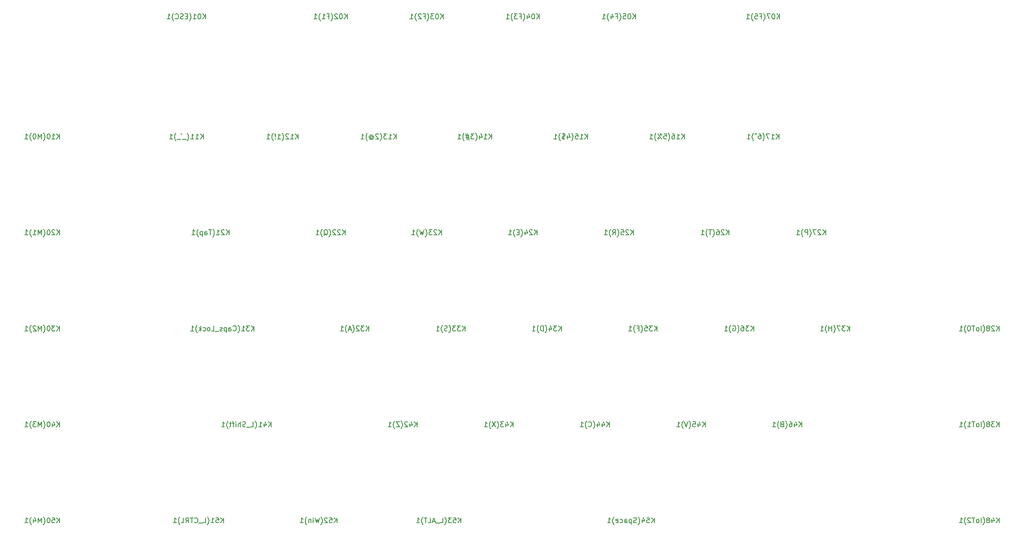
<source format=gbo>
%TF.GenerationSoftware,KiCad,Pcbnew,(5.1.10)-1*%
%TF.CreationDate,2021-10-11T09:25:22+09:00*%
%TF.ProjectId,G_One_PCB,475f4f6e-655f-4504-9342-2e6b69636164,rev?*%
%TF.SameCoordinates,Original*%
%TF.FileFunction,Legend,Bot*%
%TF.FilePolarity,Positive*%
%FSLAX46Y46*%
G04 Gerber Fmt 4.6, Leading zero omitted, Abs format (unit mm)*
G04 Created by KiCad (PCBNEW (5.1.10)-1) date 2021-10-11 09:25:22*
%MOMM*%
%LPD*%
G01*
G04 APERTURE LIST*
%ADD10C,0.200000*%
G04 APERTURE END LIST*
%TO.C,K28(IoT0)1*%
D10*
X206154761Y50229619D02*
X206154761Y51229619D01*
X205583333Y50229619D02*
X206011904Y50801047D01*
X205583333Y51229619D02*
X206154761Y50658190D01*
X205202380Y51134380D02*
X205154761Y51182000D01*
X205059523Y51229619D01*
X204821428Y51229619D01*
X204726190Y51182000D01*
X204678571Y51134380D01*
X204630952Y51039142D01*
X204630952Y50943904D01*
X204678571Y50801047D01*
X205250000Y50229619D01*
X204630952Y50229619D01*
X204059523Y50801047D02*
X204154761Y50848666D01*
X204202380Y50896285D01*
X204250000Y50991523D01*
X204250000Y51039142D01*
X204202380Y51134380D01*
X204154761Y51182000D01*
X204059523Y51229619D01*
X203869047Y51229619D01*
X203773809Y51182000D01*
X203726190Y51134380D01*
X203678571Y51039142D01*
X203678571Y50991523D01*
X203726190Y50896285D01*
X203773809Y50848666D01*
X203869047Y50801047D01*
X204059523Y50801047D01*
X204154761Y50753428D01*
X204202380Y50705809D01*
X204250000Y50610571D01*
X204250000Y50420095D01*
X204202380Y50324857D01*
X204154761Y50277238D01*
X204059523Y50229619D01*
X203869047Y50229619D01*
X203773809Y50277238D01*
X203726190Y50324857D01*
X203678571Y50420095D01*
X203678571Y50610571D01*
X203726190Y50705809D01*
X203773809Y50753428D01*
X203869047Y50801047D01*
X202964285Y49848666D02*
X203011904Y49896285D01*
X203107142Y50039142D01*
X203154761Y50134380D01*
X203202380Y50277238D01*
X203250000Y50515333D01*
X203250000Y50705809D01*
X203202380Y50943904D01*
X203154761Y51086761D01*
X203107142Y51182000D01*
X203011904Y51324857D01*
X202964285Y51372476D01*
X202583333Y50229619D02*
X202583333Y51229619D01*
X201964285Y50229619D02*
X202059523Y50277238D01*
X202107142Y50324857D01*
X202154761Y50420095D01*
X202154761Y50705809D01*
X202107142Y50801047D01*
X202059523Y50848666D01*
X201964285Y50896285D01*
X201821428Y50896285D01*
X201726190Y50848666D01*
X201678571Y50801047D01*
X201630952Y50705809D01*
X201630952Y50420095D01*
X201678571Y50324857D01*
X201726190Y50277238D01*
X201821428Y50229619D01*
X201964285Y50229619D01*
X201345238Y51229619D02*
X200773809Y51229619D01*
X201059523Y50229619D02*
X201059523Y51229619D01*
X200250000Y51229619D02*
X200154761Y51229619D01*
X200059523Y51182000D01*
X200011904Y51134380D01*
X199964285Y51039142D01*
X199916666Y50848666D01*
X199916666Y50610571D01*
X199964285Y50420095D01*
X200011904Y50324857D01*
X200059523Y50277238D01*
X200154761Y50229619D01*
X200250000Y50229619D01*
X200345238Y50277238D01*
X200392857Y50324857D01*
X200440476Y50420095D01*
X200488095Y50610571D01*
X200488095Y50848666D01*
X200440476Y51039142D01*
X200392857Y51134380D01*
X200345238Y51182000D01*
X200250000Y51229619D01*
X199583333Y49848666D02*
X199535714Y49896285D01*
X199440476Y50039142D01*
X199392857Y50134380D01*
X199345238Y50277238D01*
X199297619Y50515333D01*
X199297619Y50705809D01*
X199345238Y50943904D01*
X199392857Y51086761D01*
X199440476Y51182000D01*
X199535714Y51324857D01*
X199583333Y51372476D01*
X198297619Y50229619D02*
X198869047Y50229619D01*
X198583333Y50229619D02*
X198583333Y51229619D01*
X198678571Y51086761D01*
X198773809Y50991523D01*
X198869047Y50943904D01*
%TO.C,K01(ESC)1*%
X49285714Y111979619D02*
X49285714Y112979619D01*
X48714285Y111979619D02*
X49142857Y112551047D01*
X48714285Y112979619D02*
X49285714Y112408190D01*
X48095238Y112979619D02*
X48000000Y112979619D01*
X47904761Y112932000D01*
X47857142Y112884380D01*
X47809523Y112789142D01*
X47761904Y112598666D01*
X47761904Y112360571D01*
X47809523Y112170095D01*
X47857142Y112074857D01*
X47904761Y112027238D01*
X48000000Y111979619D01*
X48095238Y111979619D01*
X48190476Y112027238D01*
X48238095Y112074857D01*
X48285714Y112170095D01*
X48333333Y112360571D01*
X48333333Y112598666D01*
X48285714Y112789142D01*
X48238095Y112884380D01*
X48190476Y112932000D01*
X48095238Y112979619D01*
X46809523Y111979619D02*
X47380952Y111979619D01*
X47095238Y111979619D02*
X47095238Y112979619D01*
X47190476Y112836761D01*
X47285714Y112741523D01*
X47380952Y112693904D01*
X46095238Y111598666D02*
X46142857Y111646285D01*
X46238095Y111789142D01*
X46285714Y111884380D01*
X46333333Y112027238D01*
X46380952Y112265333D01*
X46380952Y112455809D01*
X46333333Y112693904D01*
X46285714Y112836761D01*
X46238095Y112932000D01*
X46142857Y113074857D01*
X46095238Y113122476D01*
X45714285Y112503428D02*
X45380952Y112503428D01*
X45238095Y111979619D02*
X45714285Y111979619D01*
X45714285Y112979619D01*
X45238095Y112979619D01*
X44857142Y112027238D02*
X44714285Y111979619D01*
X44476190Y111979619D01*
X44380952Y112027238D01*
X44333333Y112074857D01*
X44285714Y112170095D01*
X44285714Y112265333D01*
X44333333Y112360571D01*
X44380952Y112408190D01*
X44476190Y112455809D01*
X44666666Y112503428D01*
X44761904Y112551047D01*
X44809523Y112598666D01*
X44857142Y112693904D01*
X44857142Y112789142D01*
X44809523Y112884380D01*
X44761904Y112932000D01*
X44666666Y112979619D01*
X44428571Y112979619D01*
X44285714Y112932000D01*
X43285714Y112074857D02*
X43333333Y112027238D01*
X43476190Y111979619D01*
X43571428Y111979619D01*
X43714285Y112027238D01*
X43809523Y112122476D01*
X43857142Y112217714D01*
X43904761Y112408190D01*
X43904761Y112551047D01*
X43857142Y112741523D01*
X43809523Y112836761D01*
X43714285Y112932000D01*
X43571428Y112979619D01*
X43476190Y112979619D01*
X43333333Y112932000D01*
X43285714Y112884380D01*
X42952380Y111598666D02*
X42904761Y111646285D01*
X42809523Y111789142D01*
X42761904Y111884380D01*
X42714285Y112027238D01*
X42666666Y112265333D01*
X42666666Y112455809D01*
X42714285Y112693904D01*
X42761904Y112836761D01*
X42809523Y112932000D01*
X42904761Y113074857D01*
X42952380Y113122476D01*
X41666666Y111979619D02*
X42238095Y111979619D01*
X41952380Y111979619D02*
X41952380Y112979619D01*
X42047619Y112836761D01*
X42142857Y112741523D01*
X42238095Y112693904D01*
%TO.C,K02(F1)1*%
X77261904Y111979619D02*
X77261904Y112979619D01*
X76690476Y111979619D02*
X77119047Y112551047D01*
X76690476Y112979619D02*
X77261904Y112408190D01*
X76071428Y112979619D02*
X75976190Y112979619D01*
X75880952Y112932000D01*
X75833333Y112884380D01*
X75785714Y112789142D01*
X75738095Y112598666D01*
X75738095Y112360571D01*
X75785714Y112170095D01*
X75833333Y112074857D01*
X75880952Y112027238D01*
X75976190Y111979619D01*
X76071428Y111979619D01*
X76166666Y112027238D01*
X76214285Y112074857D01*
X76261904Y112170095D01*
X76309523Y112360571D01*
X76309523Y112598666D01*
X76261904Y112789142D01*
X76214285Y112884380D01*
X76166666Y112932000D01*
X76071428Y112979619D01*
X75357142Y112884380D02*
X75309523Y112932000D01*
X75214285Y112979619D01*
X74976190Y112979619D01*
X74880952Y112932000D01*
X74833333Y112884380D01*
X74785714Y112789142D01*
X74785714Y112693904D01*
X74833333Y112551047D01*
X75404761Y111979619D01*
X74785714Y111979619D01*
X74071428Y111598666D02*
X74119047Y111646285D01*
X74214285Y111789142D01*
X74261904Y111884380D01*
X74309523Y112027238D01*
X74357142Y112265333D01*
X74357142Y112455809D01*
X74309523Y112693904D01*
X74261904Y112836761D01*
X74214285Y112932000D01*
X74119047Y113074857D01*
X74071428Y113122476D01*
X73357142Y112503428D02*
X73690476Y112503428D01*
X73690476Y111979619D02*
X73690476Y112979619D01*
X73214285Y112979619D01*
X72309523Y111979619D02*
X72880952Y111979619D01*
X72595238Y111979619D02*
X72595238Y112979619D01*
X72690476Y112836761D01*
X72785714Y112741523D01*
X72880952Y112693904D01*
X71976190Y111598666D02*
X71928571Y111646285D01*
X71833333Y111789142D01*
X71785714Y111884380D01*
X71738095Y112027238D01*
X71690476Y112265333D01*
X71690476Y112455809D01*
X71738095Y112693904D01*
X71785714Y112836761D01*
X71833333Y112932000D01*
X71928571Y113074857D01*
X71976190Y113122476D01*
X70690476Y111979619D02*
X71261904Y111979619D01*
X70976190Y111979619D02*
X70976190Y112979619D01*
X71071428Y112836761D01*
X71166666Y112741523D01*
X71261904Y112693904D01*
%TO.C,K03(F2)1*%
X96261904Y111979619D02*
X96261904Y112979619D01*
X95690476Y111979619D02*
X96119047Y112551047D01*
X95690476Y112979619D02*
X96261904Y112408190D01*
X95071428Y112979619D02*
X94976190Y112979619D01*
X94880952Y112932000D01*
X94833333Y112884380D01*
X94785714Y112789142D01*
X94738095Y112598666D01*
X94738095Y112360571D01*
X94785714Y112170095D01*
X94833333Y112074857D01*
X94880952Y112027238D01*
X94976190Y111979619D01*
X95071428Y111979619D01*
X95166666Y112027238D01*
X95214285Y112074857D01*
X95261904Y112170095D01*
X95309523Y112360571D01*
X95309523Y112598666D01*
X95261904Y112789142D01*
X95214285Y112884380D01*
X95166666Y112932000D01*
X95071428Y112979619D01*
X94404761Y112979619D02*
X93785714Y112979619D01*
X94119047Y112598666D01*
X93976190Y112598666D01*
X93880952Y112551047D01*
X93833333Y112503428D01*
X93785714Y112408190D01*
X93785714Y112170095D01*
X93833333Y112074857D01*
X93880952Y112027238D01*
X93976190Y111979619D01*
X94261904Y111979619D01*
X94357142Y112027238D01*
X94404761Y112074857D01*
X93071428Y111598666D02*
X93119047Y111646285D01*
X93214285Y111789142D01*
X93261904Y111884380D01*
X93309523Y112027238D01*
X93357142Y112265333D01*
X93357142Y112455809D01*
X93309523Y112693904D01*
X93261904Y112836761D01*
X93214285Y112932000D01*
X93119047Y113074857D01*
X93071428Y113122476D01*
X92357142Y112503428D02*
X92690476Y112503428D01*
X92690476Y111979619D02*
X92690476Y112979619D01*
X92214285Y112979619D01*
X91880952Y112884380D02*
X91833333Y112932000D01*
X91738095Y112979619D01*
X91500000Y112979619D01*
X91404761Y112932000D01*
X91357142Y112884380D01*
X91309523Y112789142D01*
X91309523Y112693904D01*
X91357142Y112551047D01*
X91928571Y111979619D01*
X91309523Y111979619D01*
X90976190Y111598666D02*
X90928571Y111646285D01*
X90833333Y111789142D01*
X90785714Y111884380D01*
X90738095Y112027238D01*
X90690476Y112265333D01*
X90690476Y112455809D01*
X90738095Y112693904D01*
X90785714Y112836761D01*
X90833333Y112932000D01*
X90928571Y113074857D01*
X90976190Y113122476D01*
X89690476Y111979619D02*
X90261904Y111979619D01*
X89976190Y111979619D02*
X89976190Y112979619D01*
X90071428Y112836761D01*
X90166666Y112741523D01*
X90261904Y112693904D01*
%TO.C,K04(F3)1*%
X115261904Y111979619D02*
X115261904Y112979619D01*
X114690476Y111979619D02*
X115119047Y112551047D01*
X114690476Y112979619D02*
X115261904Y112408190D01*
X114071428Y112979619D02*
X113976190Y112979619D01*
X113880952Y112932000D01*
X113833333Y112884380D01*
X113785714Y112789142D01*
X113738095Y112598666D01*
X113738095Y112360571D01*
X113785714Y112170095D01*
X113833333Y112074857D01*
X113880952Y112027238D01*
X113976190Y111979619D01*
X114071428Y111979619D01*
X114166666Y112027238D01*
X114214285Y112074857D01*
X114261904Y112170095D01*
X114309523Y112360571D01*
X114309523Y112598666D01*
X114261904Y112789142D01*
X114214285Y112884380D01*
X114166666Y112932000D01*
X114071428Y112979619D01*
X112880952Y112646285D02*
X112880952Y111979619D01*
X113119047Y113027238D02*
X113357142Y112312952D01*
X112738095Y112312952D01*
X112071428Y111598666D02*
X112119047Y111646285D01*
X112214285Y111789142D01*
X112261904Y111884380D01*
X112309523Y112027238D01*
X112357142Y112265333D01*
X112357142Y112455809D01*
X112309523Y112693904D01*
X112261904Y112836761D01*
X112214285Y112932000D01*
X112119047Y113074857D01*
X112071428Y113122476D01*
X111357142Y112503428D02*
X111690476Y112503428D01*
X111690476Y111979619D02*
X111690476Y112979619D01*
X111214285Y112979619D01*
X110928571Y112979619D02*
X110309523Y112979619D01*
X110642857Y112598666D01*
X110500000Y112598666D01*
X110404761Y112551047D01*
X110357142Y112503428D01*
X110309523Y112408190D01*
X110309523Y112170095D01*
X110357142Y112074857D01*
X110404761Y112027238D01*
X110500000Y111979619D01*
X110785714Y111979619D01*
X110880952Y112027238D01*
X110928571Y112074857D01*
X109976190Y111598666D02*
X109928571Y111646285D01*
X109833333Y111789142D01*
X109785714Y111884380D01*
X109738095Y112027238D01*
X109690476Y112265333D01*
X109690476Y112455809D01*
X109738095Y112693904D01*
X109785714Y112836761D01*
X109833333Y112932000D01*
X109928571Y113074857D01*
X109976190Y113122476D01*
X108690476Y111979619D02*
X109261904Y111979619D01*
X108976190Y111979619D02*
X108976190Y112979619D01*
X109071428Y112836761D01*
X109166666Y112741523D01*
X109261904Y112693904D01*
%TO.C,K05(F4)1*%
X134261904Y111979619D02*
X134261904Y112979619D01*
X133690476Y111979619D02*
X134119047Y112551047D01*
X133690476Y112979619D02*
X134261904Y112408190D01*
X133071428Y112979619D02*
X132976190Y112979619D01*
X132880952Y112932000D01*
X132833333Y112884380D01*
X132785714Y112789142D01*
X132738095Y112598666D01*
X132738095Y112360571D01*
X132785714Y112170095D01*
X132833333Y112074857D01*
X132880952Y112027238D01*
X132976190Y111979619D01*
X133071428Y111979619D01*
X133166666Y112027238D01*
X133214285Y112074857D01*
X133261904Y112170095D01*
X133309523Y112360571D01*
X133309523Y112598666D01*
X133261904Y112789142D01*
X133214285Y112884380D01*
X133166666Y112932000D01*
X133071428Y112979619D01*
X131833333Y112979619D02*
X132309523Y112979619D01*
X132357142Y112503428D01*
X132309523Y112551047D01*
X132214285Y112598666D01*
X131976190Y112598666D01*
X131880952Y112551047D01*
X131833333Y112503428D01*
X131785714Y112408190D01*
X131785714Y112170095D01*
X131833333Y112074857D01*
X131880952Y112027238D01*
X131976190Y111979619D01*
X132214285Y111979619D01*
X132309523Y112027238D01*
X132357142Y112074857D01*
X131071428Y111598666D02*
X131119047Y111646285D01*
X131214285Y111789142D01*
X131261904Y111884380D01*
X131309523Y112027238D01*
X131357142Y112265333D01*
X131357142Y112455809D01*
X131309523Y112693904D01*
X131261904Y112836761D01*
X131214285Y112932000D01*
X131119047Y113074857D01*
X131071428Y113122476D01*
X130357142Y112503428D02*
X130690476Y112503428D01*
X130690476Y111979619D02*
X130690476Y112979619D01*
X130214285Y112979619D01*
X129404761Y112646285D02*
X129404761Y111979619D01*
X129642857Y113027238D02*
X129880952Y112312952D01*
X129261904Y112312952D01*
X128976190Y111598666D02*
X128928571Y111646285D01*
X128833333Y111789142D01*
X128785714Y111884380D01*
X128738095Y112027238D01*
X128690476Y112265333D01*
X128690476Y112455809D01*
X128738095Y112693904D01*
X128785714Y112836761D01*
X128833333Y112932000D01*
X128928571Y113074857D01*
X128976190Y113122476D01*
X127690476Y111979619D02*
X128261904Y111979619D01*
X127976190Y111979619D02*
X127976190Y112979619D01*
X128071428Y112836761D01*
X128166666Y112741523D01*
X128261904Y112693904D01*
%TO.C,K07(F5)1*%
X162761904Y111979619D02*
X162761904Y112979619D01*
X162190476Y111979619D02*
X162619047Y112551047D01*
X162190476Y112979619D02*
X162761904Y112408190D01*
X161571428Y112979619D02*
X161476190Y112979619D01*
X161380952Y112932000D01*
X161333333Y112884380D01*
X161285714Y112789142D01*
X161238095Y112598666D01*
X161238095Y112360571D01*
X161285714Y112170095D01*
X161333333Y112074857D01*
X161380952Y112027238D01*
X161476190Y111979619D01*
X161571428Y111979619D01*
X161666666Y112027238D01*
X161714285Y112074857D01*
X161761904Y112170095D01*
X161809523Y112360571D01*
X161809523Y112598666D01*
X161761904Y112789142D01*
X161714285Y112884380D01*
X161666666Y112932000D01*
X161571428Y112979619D01*
X160904761Y112979619D02*
X160238095Y112979619D01*
X160666666Y111979619D01*
X159571428Y111598666D02*
X159619047Y111646285D01*
X159714285Y111789142D01*
X159761904Y111884380D01*
X159809523Y112027238D01*
X159857142Y112265333D01*
X159857142Y112455809D01*
X159809523Y112693904D01*
X159761904Y112836761D01*
X159714285Y112932000D01*
X159619047Y113074857D01*
X159571428Y113122476D01*
X158857142Y112503428D02*
X159190476Y112503428D01*
X159190476Y111979619D02*
X159190476Y112979619D01*
X158714285Y112979619D01*
X157857142Y112979619D02*
X158333333Y112979619D01*
X158380952Y112503428D01*
X158333333Y112551047D01*
X158238095Y112598666D01*
X158000000Y112598666D01*
X157904761Y112551047D01*
X157857142Y112503428D01*
X157809523Y112408190D01*
X157809523Y112170095D01*
X157857142Y112074857D01*
X157904761Y112027238D01*
X158000000Y111979619D01*
X158238095Y111979619D01*
X158333333Y112027238D01*
X158380952Y112074857D01*
X157476190Y111598666D02*
X157428571Y111646285D01*
X157333333Y111789142D01*
X157285714Y111884380D01*
X157238095Y112027238D01*
X157190476Y112265333D01*
X157190476Y112455809D01*
X157238095Y112693904D01*
X157285714Y112836761D01*
X157333333Y112932000D01*
X157428571Y113074857D01*
X157476190Y113122476D01*
X156190476Y111979619D02*
X156761904Y111979619D01*
X156476190Y111979619D02*
X156476190Y112979619D01*
X156571428Y112836761D01*
X156666666Y112741523D01*
X156761904Y112693904D01*
%TO.C,K10(M0)1*%
X20404761Y88229619D02*
X20404761Y89229619D01*
X19833333Y88229619D02*
X20261904Y88801047D01*
X19833333Y89229619D02*
X20404761Y88658190D01*
X18880952Y88229619D02*
X19452380Y88229619D01*
X19166666Y88229619D02*
X19166666Y89229619D01*
X19261904Y89086761D01*
X19357142Y88991523D01*
X19452380Y88943904D01*
X18261904Y89229619D02*
X18166666Y89229619D01*
X18071428Y89182000D01*
X18023809Y89134380D01*
X17976190Y89039142D01*
X17928571Y88848666D01*
X17928571Y88610571D01*
X17976190Y88420095D01*
X18023809Y88324857D01*
X18071428Y88277238D01*
X18166666Y88229619D01*
X18261904Y88229619D01*
X18357142Y88277238D01*
X18404761Y88324857D01*
X18452380Y88420095D01*
X18500000Y88610571D01*
X18500000Y88848666D01*
X18452380Y89039142D01*
X18404761Y89134380D01*
X18357142Y89182000D01*
X18261904Y89229619D01*
X17214285Y87848666D02*
X17261904Y87896285D01*
X17357142Y88039142D01*
X17404761Y88134380D01*
X17452380Y88277238D01*
X17500000Y88515333D01*
X17500000Y88705809D01*
X17452380Y88943904D01*
X17404761Y89086761D01*
X17357142Y89182000D01*
X17261904Y89324857D01*
X17214285Y89372476D01*
X16833333Y88229619D02*
X16833333Y89229619D01*
X16500000Y88515333D01*
X16166666Y89229619D01*
X16166666Y88229619D01*
X15500000Y89229619D02*
X15404761Y89229619D01*
X15309523Y89182000D01*
X15261904Y89134380D01*
X15214285Y89039142D01*
X15166666Y88848666D01*
X15166666Y88610571D01*
X15214285Y88420095D01*
X15261904Y88324857D01*
X15309523Y88277238D01*
X15404761Y88229619D01*
X15500000Y88229619D01*
X15595238Y88277238D01*
X15642857Y88324857D01*
X15690476Y88420095D01*
X15738095Y88610571D01*
X15738095Y88848666D01*
X15690476Y89039142D01*
X15642857Y89134380D01*
X15595238Y89182000D01*
X15500000Y89229619D01*
X14833333Y87848666D02*
X14785714Y87896285D01*
X14690476Y88039142D01*
X14642857Y88134380D01*
X14595238Y88277238D01*
X14547619Y88515333D01*
X14547619Y88705809D01*
X14595238Y88943904D01*
X14642857Y89086761D01*
X14690476Y89182000D01*
X14785714Y89324857D01*
X14833333Y89372476D01*
X13547619Y88229619D02*
X14119047Y88229619D01*
X13833333Y88229619D02*
X13833333Y89229619D01*
X13928571Y89086761D01*
X14023809Y88991523D01*
X14119047Y88943904D01*
%TO.C,K11(_`_)1*%
X48809523Y88229619D02*
X48809523Y89229619D01*
X48238095Y88229619D02*
X48666666Y88801047D01*
X48238095Y89229619D02*
X48809523Y88658190D01*
X47285714Y88229619D02*
X47857142Y88229619D01*
X47571428Y88229619D02*
X47571428Y89229619D01*
X47666666Y89086761D01*
X47761904Y88991523D01*
X47857142Y88943904D01*
X46333333Y88229619D02*
X46904761Y88229619D01*
X46619047Y88229619D02*
X46619047Y89229619D01*
X46714285Y89086761D01*
X46809523Y88991523D01*
X46904761Y88943904D01*
X45619047Y87848666D02*
X45666666Y87896285D01*
X45761904Y88039142D01*
X45809523Y88134380D01*
X45857142Y88277238D01*
X45904761Y88515333D01*
X45904761Y88705809D01*
X45857142Y88943904D01*
X45809523Y89086761D01*
X45761904Y89182000D01*
X45666666Y89324857D01*
X45619047Y89372476D01*
X45476190Y88134380D02*
X44714285Y88134380D01*
X44619047Y89277238D02*
X44476190Y89134380D01*
X44333333Y88134380D02*
X43571428Y88134380D01*
X43428571Y87848666D02*
X43380952Y87896285D01*
X43285714Y88039142D01*
X43238095Y88134380D01*
X43190476Y88277238D01*
X43142857Y88515333D01*
X43142857Y88705809D01*
X43190476Y88943904D01*
X43238095Y89086761D01*
X43285714Y89182000D01*
X43380952Y89324857D01*
X43428571Y89372476D01*
X42142857Y88229619D02*
X42714285Y88229619D01*
X42428571Y88229619D02*
X42428571Y89229619D01*
X42523809Y89086761D01*
X42619047Y88991523D01*
X42714285Y88943904D01*
%TO.C,K12(1!)1*%
X67571428Y88229619D02*
X67571428Y89229619D01*
X67000000Y88229619D02*
X67428571Y88801047D01*
X67000000Y89229619D02*
X67571428Y88658190D01*
X66047619Y88229619D02*
X66619047Y88229619D01*
X66333333Y88229619D02*
X66333333Y89229619D01*
X66428571Y89086761D01*
X66523809Y88991523D01*
X66619047Y88943904D01*
X65666666Y89134380D02*
X65619047Y89182000D01*
X65523809Y89229619D01*
X65285714Y89229619D01*
X65190476Y89182000D01*
X65142857Y89134380D01*
X65095238Y89039142D01*
X65095238Y88943904D01*
X65142857Y88801047D01*
X65714285Y88229619D01*
X65095238Y88229619D01*
X64380952Y87848666D02*
X64428571Y87896285D01*
X64523809Y88039142D01*
X64571428Y88134380D01*
X64619047Y88277238D01*
X64666666Y88515333D01*
X64666666Y88705809D01*
X64619047Y88943904D01*
X64571428Y89086761D01*
X64523809Y89182000D01*
X64428571Y89324857D01*
X64380952Y89372476D01*
X63476190Y88229619D02*
X64047619Y88229619D01*
X63761904Y88229619D02*
X63761904Y89229619D01*
X63857142Y89086761D01*
X63952380Y88991523D01*
X64047619Y88943904D01*
X63047619Y88324857D02*
X63000000Y88277238D01*
X63047619Y88229619D01*
X63095238Y88277238D01*
X63047619Y88324857D01*
X63047619Y88229619D01*
X63047619Y88610571D02*
X63095238Y89182000D01*
X63047619Y89229619D01*
X63000000Y89182000D01*
X63047619Y88610571D01*
X63047619Y89229619D01*
X62666666Y87848666D02*
X62619047Y87896285D01*
X62523809Y88039142D01*
X62476190Y88134380D01*
X62428571Y88277238D01*
X62380952Y88515333D01*
X62380952Y88705809D01*
X62428571Y88943904D01*
X62476190Y89086761D01*
X62523809Y89182000D01*
X62619047Y89324857D01*
X62666666Y89372476D01*
X61380952Y88229619D02*
X61952380Y88229619D01*
X61666666Y88229619D02*
X61666666Y89229619D01*
X61761904Y89086761D01*
X61857142Y88991523D01*
X61952380Y88943904D01*
%TO.C,K13(2@)1*%
X86976190Y88229619D02*
X86976190Y89229619D01*
X86404761Y88229619D02*
X86833333Y88801047D01*
X86404761Y89229619D02*
X86976190Y88658190D01*
X85452380Y88229619D02*
X86023809Y88229619D01*
X85738095Y88229619D02*
X85738095Y89229619D01*
X85833333Y89086761D01*
X85928571Y88991523D01*
X86023809Y88943904D01*
X85119047Y89229619D02*
X84500000Y89229619D01*
X84833333Y88848666D01*
X84690476Y88848666D01*
X84595238Y88801047D01*
X84547619Y88753428D01*
X84500000Y88658190D01*
X84500000Y88420095D01*
X84547619Y88324857D01*
X84595238Y88277238D01*
X84690476Y88229619D01*
X84976190Y88229619D01*
X85071428Y88277238D01*
X85119047Y88324857D01*
X83785714Y87848666D02*
X83833333Y87896285D01*
X83928571Y88039142D01*
X83976190Y88134380D01*
X84023809Y88277238D01*
X84071428Y88515333D01*
X84071428Y88705809D01*
X84023809Y88943904D01*
X83976190Y89086761D01*
X83928571Y89182000D01*
X83833333Y89324857D01*
X83785714Y89372476D01*
X83452380Y89134380D02*
X83404761Y89182000D01*
X83309523Y89229619D01*
X83071428Y89229619D01*
X82976190Y89182000D01*
X82928571Y89134380D01*
X82880952Y89039142D01*
X82880952Y88943904D01*
X82928571Y88801047D01*
X83500000Y88229619D01*
X82880952Y88229619D01*
X81833333Y88705809D02*
X81880952Y88753428D01*
X81976190Y88801047D01*
X82071428Y88801047D01*
X82166666Y88753428D01*
X82214285Y88705809D01*
X82261904Y88610571D01*
X82261904Y88515333D01*
X82214285Y88420095D01*
X82166666Y88372476D01*
X82071428Y88324857D01*
X81976190Y88324857D01*
X81880952Y88372476D01*
X81833333Y88420095D01*
X81833333Y88801047D02*
X81833333Y88420095D01*
X81785714Y88372476D01*
X81738095Y88372476D01*
X81642857Y88420095D01*
X81595238Y88515333D01*
X81595238Y88753428D01*
X81690476Y88896285D01*
X81833333Y88991523D01*
X82023809Y89039142D01*
X82214285Y88991523D01*
X82357142Y88896285D01*
X82452380Y88753428D01*
X82500000Y88562952D01*
X82452380Y88372476D01*
X82357142Y88229619D01*
X82214285Y88134380D01*
X82023809Y88086761D01*
X81833333Y88134380D01*
X81690476Y88229619D01*
X81261904Y87848666D02*
X81214285Y87896285D01*
X81119047Y88039142D01*
X81071428Y88134380D01*
X81023809Y88277238D01*
X80976190Y88515333D01*
X80976190Y88705809D01*
X81023809Y88943904D01*
X81071428Y89086761D01*
X81119047Y89182000D01*
X81214285Y89324857D01*
X81261904Y89372476D01*
X79976190Y88229619D02*
X80547619Y88229619D01*
X80261904Y88229619D02*
X80261904Y89229619D01*
X80357142Y89086761D01*
X80452380Y88991523D01*
X80547619Y88943904D01*
%TO.C,K14(3#)1*%
X105833333Y88229619D02*
X105833333Y89229619D01*
X105261904Y88229619D02*
X105690476Y88801047D01*
X105261904Y89229619D02*
X105833333Y88658190D01*
X104309523Y88229619D02*
X104880952Y88229619D01*
X104595238Y88229619D02*
X104595238Y89229619D01*
X104690476Y89086761D01*
X104785714Y88991523D01*
X104880952Y88943904D01*
X103452380Y88896285D02*
X103452380Y88229619D01*
X103690476Y89277238D02*
X103928571Y88562952D01*
X103309523Y88562952D01*
X102642857Y87848666D02*
X102690476Y87896285D01*
X102785714Y88039142D01*
X102833333Y88134380D01*
X102880952Y88277238D01*
X102928571Y88515333D01*
X102928571Y88705809D01*
X102880952Y88943904D01*
X102833333Y89086761D01*
X102785714Y89182000D01*
X102690476Y89324857D01*
X102642857Y89372476D01*
X102357142Y89229619D02*
X101738095Y89229619D01*
X102071428Y88848666D01*
X101928571Y88848666D01*
X101833333Y88801047D01*
X101785714Y88753428D01*
X101738095Y88658190D01*
X101738095Y88420095D01*
X101785714Y88324857D01*
X101833333Y88277238D01*
X101928571Y88229619D01*
X102214285Y88229619D01*
X102309523Y88277238D01*
X102357142Y88324857D01*
X101357142Y88896285D02*
X100642857Y88896285D01*
X101071428Y89324857D02*
X101357142Y88039142D01*
X100738095Y88467714D02*
X101452380Y88467714D01*
X101023809Y88039142D02*
X100738095Y89324857D01*
X100404761Y87848666D02*
X100357142Y87896285D01*
X100261904Y88039142D01*
X100214285Y88134380D01*
X100166666Y88277238D01*
X100119047Y88515333D01*
X100119047Y88705809D01*
X100166666Y88943904D01*
X100214285Y89086761D01*
X100261904Y89182000D01*
X100357142Y89324857D01*
X100404761Y89372476D01*
X99119047Y88229619D02*
X99690476Y88229619D01*
X99404761Y88229619D02*
X99404761Y89229619D01*
X99500000Y89086761D01*
X99595238Y88991523D01*
X99690476Y88943904D01*
%TO.C,K15(4$)1*%
X124809523Y88229619D02*
X124809523Y89229619D01*
X124238095Y88229619D02*
X124666666Y88801047D01*
X124238095Y89229619D02*
X124809523Y88658190D01*
X123285714Y88229619D02*
X123857142Y88229619D01*
X123571428Y88229619D02*
X123571428Y89229619D01*
X123666666Y89086761D01*
X123761904Y88991523D01*
X123857142Y88943904D01*
X122380952Y89229619D02*
X122857142Y89229619D01*
X122904761Y88753428D01*
X122857142Y88801047D01*
X122761904Y88848666D01*
X122523809Y88848666D01*
X122428571Y88801047D01*
X122380952Y88753428D01*
X122333333Y88658190D01*
X122333333Y88420095D01*
X122380952Y88324857D01*
X122428571Y88277238D01*
X122523809Y88229619D01*
X122761904Y88229619D01*
X122857142Y88277238D01*
X122904761Y88324857D01*
X121619047Y87848666D02*
X121666666Y87896285D01*
X121761904Y88039142D01*
X121809523Y88134380D01*
X121857142Y88277238D01*
X121904761Y88515333D01*
X121904761Y88705809D01*
X121857142Y88943904D01*
X121809523Y89086761D01*
X121761904Y89182000D01*
X121666666Y89324857D01*
X121619047Y89372476D01*
X120809523Y88896285D02*
X120809523Y88229619D01*
X121047619Y89277238D02*
X121285714Y88562952D01*
X120666666Y88562952D01*
X120333333Y88277238D02*
X120190476Y88229619D01*
X119952380Y88229619D01*
X119857142Y88277238D01*
X119809523Y88324857D01*
X119761904Y88420095D01*
X119761904Y88515333D01*
X119809523Y88610571D01*
X119857142Y88658190D01*
X119952380Y88705809D01*
X120142857Y88753428D01*
X120238095Y88801047D01*
X120285714Y88848666D01*
X120333333Y88943904D01*
X120333333Y89039142D01*
X120285714Y89134380D01*
X120238095Y89182000D01*
X120142857Y89229619D01*
X119904761Y89229619D01*
X119761904Y89182000D01*
X120047619Y89372476D02*
X120047619Y88086761D01*
X119428571Y87848666D02*
X119380952Y87896285D01*
X119285714Y88039142D01*
X119238095Y88134380D01*
X119190476Y88277238D01*
X119142857Y88515333D01*
X119142857Y88705809D01*
X119190476Y88943904D01*
X119238095Y89086761D01*
X119285714Y89182000D01*
X119380952Y89324857D01*
X119428571Y89372476D01*
X118142857Y88229619D02*
X118714285Y88229619D01*
X118428571Y88229619D02*
X118428571Y89229619D01*
X118523809Y89086761D01*
X118619047Y88991523D01*
X118714285Y88943904D01*
%TO.C,K16(5\u0025)1*%
X143904761Y88229619D02*
X143904761Y89229619D01*
X143333333Y88229619D02*
X143761904Y88801047D01*
X143333333Y89229619D02*
X143904761Y88658190D01*
X142380952Y88229619D02*
X142952380Y88229619D01*
X142666666Y88229619D02*
X142666666Y89229619D01*
X142761904Y89086761D01*
X142857142Y88991523D01*
X142952380Y88943904D01*
X141523809Y89229619D02*
X141714285Y89229619D01*
X141809523Y89182000D01*
X141857142Y89134380D01*
X141952380Y88991523D01*
X142000000Y88801047D01*
X142000000Y88420095D01*
X141952380Y88324857D01*
X141904761Y88277238D01*
X141809523Y88229619D01*
X141619047Y88229619D01*
X141523809Y88277238D01*
X141476190Y88324857D01*
X141428571Y88420095D01*
X141428571Y88658190D01*
X141476190Y88753428D01*
X141523809Y88801047D01*
X141619047Y88848666D01*
X141809523Y88848666D01*
X141904761Y88801047D01*
X141952380Y88753428D01*
X142000000Y88658190D01*
X140714285Y87848666D02*
X140761904Y87896285D01*
X140857142Y88039142D01*
X140904761Y88134380D01*
X140952380Y88277238D01*
X141000000Y88515333D01*
X141000000Y88705809D01*
X140952380Y88943904D01*
X140904761Y89086761D01*
X140857142Y89182000D01*
X140761904Y89324857D01*
X140714285Y89372476D01*
X139857142Y89229619D02*
X140333333Y89229619D01*
X140380952Y88753428D01*
X140333333Y88801047D01*
X140238095Y88848666D01*
X140000000Y88848666D01*
X139904761Y88801047D01*
X139857142Y88753428D01*
X139809523Y88658190D01*
X139809523Y88420095D01*
X139857142Y88324857D01*
X139904761Y88277238D01*
X140000000Y88229619D01*
X140238095Y88229619D01*
X140333333Y88277238D01*
X140380952Y88324857D01*
X139428571Y88229619D02*
X138666666Y89229619D01*
X139285714Y89229619D02*
X139190476Y89182000D01*
X139142857Y89086761D01*
X139190476Y88991523D01*
X139285714Y88943904D01*
X139380952Y88991523D01*
X139428571Y89086761D01*
X139380952Y89182000D01*
X139285714Y89229619D01*
X138714285Y88277238D02*
X138666666Y88372476D01*
X138714285Y88467714D01*
X138809523Y88515333D01*
X138904761Y88467714D01*
X138952380Y88372476D01*
X138904761Y88277238D01*
X138809523Y88229619D01*
X138714285Y88277238D01*
X138333333Y87848666D02*
X138285714Y87896285D01*
X138190476Y88039142D01*
X138142857Y88134380D01*
X138095238Y88277238D01*
X138047619Y88515333D01*
X138047619Y88705809D01*
X138095238Y88943904D01*
X138142857Y89086761D01*
X138190476Y89182000D01*
X138285714Y89324857D01*
X138333333Y89372476D01*
X137047619Y88229619D02*
X137619047Y88229619D01*
X137333333Y88229619D02*
X137333333Y89229619D01*
X137428571Y89086761D01*
X137523809Y88991523D01*
X137619047Y88943904D01*
%TO.C,K17(6^)1*%
X162619047Y88229619D02*
X162619047Y89229619D01*
X162047619Y88229619D02*
X162476190Y88801047D01*
X162047619Y89229619D02*
X162619047Y88658190D01*
X161095238Y88229619D02*
X161666666Y88229619D01*
X161380952Y88229619D02*
X161380952Y89229619D01*
X161476190Y89086761D01*
X161571428Y88991523D01*
X161666666Y88943904D01*
X160761904Y89229619D02*
X160095238Y89229619D01*
X160523809Y88229619D01*
X159428571Y87848666D02*
X159476190Y87896285D01*
X159571428Y88039142D01*
X159619047Y88134380D01*
X159666666Y88277238D01*
X159714285Y88515333D01*
X159714285Y88705809D01*
X159666666Y88943904D01*
X159619047Y89086761D01*
X159571428Y89182000D01*
X159476190Y89324857D01*
X159428571Y89372476D01*
X158619047Y89229619D02*
X158809523Y89229619D01*
X158904761Y89182000D01*
X158952380Y89134380D01*
X159047619Y88991523D01*
X159095238Y88801047D01*
X159095238Y88420095D01*
X159047619Y88324857D01*
X159000000Y88277238D01*
X158904761Y88229619D01*
X158714285Y88229619D01*
X158619047Y88277238D01*
X158571428Y88324857D01*
X158523809Y88420095D01*
X158523809Y88658190D01*
X158571428Y88753428D01*
X158619047Y88801047D01*
X158714285Y88848666D01*
X158904761Y88848666D01*
X159000000Y88801047D01*
X159047619Y88753428D01*
X159095238Y88658190D01*
X158238095Y89134380D02*
X158047619Y89277238D01*
X157857142Y89134380D01*
X157619047Y87848666D02*
X157571428Y87896285D01*
X157476190Y88039142D01*
X157428571Y88134380D01*
X157380952Y88277238D01*
X157333333Y88515333D01*
X157333333Y88705809D01*
X157380952Y88943904D01*
X157428571Y89086761D01*
X157476190Y89182000D01*
X157571428Y89324857D01*
X157619047Y89372476D01*
X156333333Y88229619D02*
X156904761Y88229619D01*
X156619047Y88229619D02*
X156619047Y89229619D01*
X156714285Y89086761D01*
X156809523Y88991523D01*
X156904761Y88943904D01*
%TO.C,K20(M1)1*%
X20404761Y69229619D02*
X20404761Y70229619D01*
X19833333Y69229619D02*
X20261904Y69801047D01*
X19833333Y70229619D02*
X20404761Y69658190D01*
X19452380Y70134380D02*
X19404761Y70182000D01*
X19309523Y70229619D01*
X19071428Y70229619D01*
X18976190Y70182000D01*
X18928571Y70134380D01*
X18880952Y70039142D01*
X18880952Y69943904D01*
X18928571Y69801047D01*
X19500000Y69229619D01*
X18880952Y69229619D01*
X18261904Y70229619D02*
X18166666Y70229619D01*
X18071428Y70182000D01*
X18023809Y70134380D01*
X17976190Y70039142D01*
X17928571Y69848666D01*
X17928571Y69610571D01*
X17976190Y69420095D01*
X18023809Y69324857D01*
X18071428Y69277238D01*
X18166666Y69229619D01*
X18261904Y69229619D01*
X18357142Y69277238D01*
X18404761Y69324857D01*
X18452380Y69420095D01*
X18500000Y69610571D01*
X18500000Y69848666D01*
X18452380Y70039142D01*
X18404761Y70134380D01*
X18357142Y70182000D01*
X18261904Y70229619D01*
X17214285Y68848666D02*
X17261904Y68896285D01*
X17357142Y69039142D01*
X17404761Y69134380D01*
X17452380Y69277238D01*
X17500000Y69515333D01*
X17500000Y69705809D01*
X17452380Y69943904D01*
X17404761Y70086761D01*
X17357142Y70182000D01*
X17261904Y70324857D01*
X17214285Y70372476D01*
X16833333Y69229619D02*
X16833333Y70229619D01*
X16500000Y69515333D01*
X16166666Y70229619D01*
X16166666Y69229619D01*
X15166666Y69229619D02*
X15738095Y69229619D01*
X15452380Y69229619D02*
X15452380Y70229619D01*
X15547619Y70086761D01*
X15642857Y69991523D01*
X15738095Y69943904D01*
X14833333Y68848666D02*
X14785714Y68896285D01*
X14690476Y69039142D01*
X14642857Y69134380D01*
X14595238Y69277238D01*
X14547619Y69515333D01*
X14547619Y69705809D01*
X14595238Y69943904D01*
X14642857Y70086761D01*
X14690476Y70182000D01*
X14785714Y70324857D01*
X14833333Y70372476D01*
X13547619Y69229619D02*
X14119047Y69229619D01*
X13833333Y69229619D02*
X13833333Y70229619D01*
X13928571Y70086761D01*
X14023809Y69991523D01*
X14119047Y69943904D01*
%TO.C,K21(Tap)1*%
X53892857Y69229619D02*
X53892857Y70229619D01*
X53321428Y69229619D02*
X53750000Y69801047D01*
X53321428Y70229619D02*
X53892857Y69658190D01*
X52940476Y70134380D02*
X52892857Y70182000D01*
X52797619Y70229619D01*
X52559523Y70229619D01*
X52464285Y70182000D01*
X52416666Y70134380D01*
X52369047Y70039142D01*
X52369047Y69943904D01*
X52416666Y69801047D01*
X52988095Y69229619D01*
X52369047Y69229619D01*
X51416666Y69229619D02*
X51988095Y69229619D01*
X51702380Y69229619D02*
X51702380Y70229619D01*
X51797619Y70086761D01*
X51892857Y69991523D01*
X51988095Y69943904D01*
X50702380Y68848666D02*
X50750000Y68896285D01*
X50845238Y69039142D01*
X50892857Y69134380D01*
X50940476Y69277238D01*
X50988095Y69515333D01*
X50988095Y69705809D01*
X50940476Y69943904D01*
X50892857Y70086761D01*
X50845238Y70182000D01*
X50750000Y70324857D01*
X50702380Y70372476D01*
X50464285Y70229619D02*
X49892857Y70229619D01*
X50178571Y69229619D02*
X50178571Y70229619D01*
X49130952Y69229619D02*
X49130952Y69753428D01*
X49178571Y69848666D01*
X49273809Y69896285D01*
X49464285Y69896285D01*
X49559523Y69848666D01*
X49130952Y69277238D02*
X49226190Y69229619D01*
X49464285Y69229619D01*
X49559523Y69277238D01*
X49607142Y69372476D01*
X49607142Y69467714D01*
X49559523Y69562952D01*
X49464285Y69610571D01*
X49226190Y69610571D01*
X49130952Y69658190D01*
X48654761Y69896285D02*
X48654761Y68896285D01*
X48654761Y69848666D02*
X48559523Y69896285D01*
X48369047Y69896285D01*
X48273809Y69848666D01*
X48226190Y69801047D01*
X48178571Y69705809D01*
X48178571Y69420095D01*
X48226190Y69324857D01*
X48273809Y69277238D01*
X48369047Y69229619D01*
X48559523Y69229619D01*
X48654761Y69277238D01*
X47845238Y68848666D02*
X47797619Y68896285D01*
X47702380Y69039142D01*
X47654761Y69134380D01*
X47607142Y69277238D01*
X47559523Y69515333D01*
X47559523Y69705809D01*
X47607142Y69943904D01*
X47654761Y70086761D01*
X47702380Y70182000D01*
X47797619Y70324857D01*
X47845238Y70372476D01*
X46559523Y69229619D02*
X47130952Y69229619D01*
X46845238Y69229619D02*
X46845238Y70229619D01*
X46940476Y70086761D01*
X47035714Y69991523D01*
X47130952Y69943904D01*
%TO.C,K22(Q)1*%
X76880952Y69229619D02*
X76880952Y70229619D01*
X76309523Y69229619D02*
X76738095Y69801047D01*
X76309523Y70229619D02*
X76880952Y69658190D01*
X75928571Y70134380D02*
X75880952Y70182000D01*
X75785714Y70229619D01*
X75547619Y70229619D01*
X75452380Y70182000D01*
X75404761Y70134380D01*
X75357142Y70039142D01*
X75357142Y69943904D01*
X75404761Y69801047D01*
X75976190Y69229619D01*
X75357142Y69229619D01*
X74976190Y70134380D02*
X74928571Y70182000D01*
X74833333Y70229619D01*
X74595238Y70229619D01*
X74500000Y70182000D01*
X74452380Y70134380D01*
X74404761Y70039142D01*
X74404761Y69943904D01*
X74452380Y69801047D01*
X75023809Y69229619D01*
X74404761Y69229619D01*
X73690476Y68848666D02*
X73738095Y68896285D01*
X73833333Y69039142D01*
X73880952Y69134380D01*
X73928571Y69277238D01*
X73976190Y69515333D01*
X73976190Y69705809D01*
X73928571Y69943904D01*
X73880952Y70086761D01*
X73833333Y70182000D01*
X73738095Y70324857D01*
X73690476Y70372476D01*
X72642857Y69134380D02*
X72738095Y69182000D01*
X72833333Y69277238D01*
X72976190Y69420095D01*
X73071428Y69467714D01*
X73166666Y69467714D01*
X73119047Y69229619D02*
X73214285Y69277238D01*
X73309523Y69372476D01*
X73357142Y69562952D01*
X73357142Y69896285D01*
X73309523Y70086761D01*
X73214285Y70182000D01*
X73119047Y70229619D01*
X72928571Y70229619D01*
X72833333Y70182000D01*
X72738095Y70086761D01*
X72690476Y69896285D01*
X72690476Y69562952D01*
X72738095Y69372476D01*
X72833333Y69277238D01*
X72928571Y69229619D01*
X73119047Y69229619D01*
X72357142Y68848666D02*
X72309523Y68896285D01*
X72214285Y69039142D01*
X72166666Y69134380D01*
X72119047Y69277238D01*
X72071428Y69515333D01*
X72071428Y69705809D01*
X72119047Y69943904D01*
X72166666Y70086761D01*
X72214285Y70182000D01*
X72309523Y70324857D01*
X72357142Y70372476D01*
X71071428Y69229619D02*
X71642857Y69229619D01*
X71357142Y69229619D02*
X71357142Y70229619D01*
X71452380Y70086761D01*
X71547619Y69991523D01*
X71642857Y69943904D01*
%TO.C,K23(W)1*%
X95928571Y69229619D02*
X95928571Y70229619D01*
X95357142Y69229619D02*
X95785714Y69801047D01*
X95357142Y70229619D02*
X95928571Y69658190D01*
X94976190Y70134380D02*
X94928571Y70182000D01*
X94833333Y70229619D01*
X94595238Y70229619D01*
X94500000Y70182000D01*
X94452380Y70134380D01*
X94404761Y70039142D01*
X94404761Y69943904D01*
X94452380Y69801047D01*
X95023809Y69229619D01*
X94404761Y69229619D01*
X94071428Y70229619D02*
X93452380Y70229619D01*
X93785714Y69848666D01*
X93642857Y69848666D01*
X93547619Y69801047D01*
X93500000Y69753428D01*
X93452380Y69658190D01*
X93452380Y69420095D01*
X93500000Y69324857D01*
X93547619Y69277238D01*
X93642857Y69229619D01*
X93928571Y69229619D01*
X94023809Y69277238D01*
X94071428Y69324857D01*
X92738095Y68848666D02*
X92785714Y68896285D01*
X92880952Y69039142D01*
X92928571Y69134380D01*
X92976190Y69277238D01*
X93023809Y69515333D01*
X93023809Y69705809D01*
X92976190Y69943904D01*
X92928571Y70086761D01*
X92880952Y70182000D01*
X92785714Y70324857D01*
X92738095Y70372476D01*
X92452380Y70229619D02*
X92214285Y69229619D01*
X92023809Y69943904D01*
X91833333Y69229619D01*
X91595238Y70229619D01*
X91309523Y68848666D02*
X91261904Y68896285D01*
X91166666Y69039142D01*
X91119047Y69134380D01*
X91071428Y69277238D01*
X91023809Y69515333D01*
X91023809Y69705809D01*
X91071428Y69943904D01*
X91119047Y70086761D01*
X91166666Y70182000D01*
X91261904Y70324857D01*
X91309523Y70372476D01*
X90023809Y69229619D02*
X90595238Y69229619D01*
X90309523Y69229619D02*
X90309523Y70229619D01*
X90404761Y70086761D01*
X90500000Y69991523D01*
X90595238Y69943904D01*
%TO.C,K24(E)1*%
X114809523Y69229619D02*
X114809523Y70229619D01*
X114238095Y69229619D02*
X114666666Y69801047D01*
X114238095Y70229619D02*
X114809523Y69658190D01*
X113857142Y70134380D02*
X113809523Y70182000D01*
X113714285Y70229619D01*
X113476190Y70229619D01*
X113380952Y70182000D01*
X113333333Y70134380D01*
X113285714Y70039142D01*
X113285714Y69943904D01*
X113333333Y69801047D01*
X113904761Y69229619D01*
X113285714Y69229619D01*
X112428571Y69896285D02*
X112428571Y69229619D01*
X112666666Y70277238D02*
X112904761Y69562952D01*
X112285714Y69562952D01*
X111619047Y68848666D02*
X111666666Y68896285D01*
X111761904Y69039142D01*
X111809523Y69134380D01*
X111857142Y69277238D01*
X111904761Y69515333D01*
X111904761Y69705809D01*
X111857142Y69943904D01*
X111809523Y70086761D01*
X111761904Y70182000D01*
X111666666Y70324857D01*
X111619047Y70372476D01*
X111238095Y69753428D02*
X110904761Y69753428D01*
X110761904Y69229619D02*
X111238095Y69229619D01*
X111238095Y70229619D01*
X110761904Y70229619D01*
X110428571Y68848666D02*
X110380952Y68896285D01*
X110285714Y69039142D01*
X110238095Y69134380D01*
X110190476Y69277238D01*
X110142857Y69515333D01*
X110142857Y69705809D01*
X110190476Y69943904D01*
X110238095Y70086761D01*
X110285714Y70182000D01*
X110380952Y70324857D01*
X110428571Y70372476D01*
X109142857Y69229619D02*
X109714285Y69229619D01*
X109428571Y69229619D02*
X109428571Y70229619D01*
X109523809Y70086761D01*
X109619047Y69991523D01*
X109714285Y69943904D01*
%TO.C,K25(R)1*%
X133857142Y69229619D02*
X133857142Y70229619D01*
X133285714Y69229619D02*
X133714285Y69801047D01*
X133285714Y70229619D02*
X133857142Y69658190D01*
X132904761Y70134380D02*
X132857142Y70182000D01*
X132761904Y70229619D01*
X132523809Y70229619D01*
X132428571Y70182000D01*
X132380952Y70134380D01*
X132333333Y70039142D01*
X132333333Y69943904D01*
X132380952Y69801047D01*
X132952380Y69229619D01*
X132333333Y69229619D01*
X131428571Y70229619D02*
X131904761Y70229619D01*
X131952380Y69753428D01*
X131904761Y69801047D01*
X131809523Y69848666D01*
X131571428Y69848666D01*
X131476190Y69801047D01*
X131428571Y69753428D01*
X131380952Y69658190D01*
X131380952Y69420095D01*
X131428571Y69324857D01*
X131476190Y69277238D01*
X131571428Y69229619D01*
X131809523Y69229619D01*
X131904761Y69277238D01*
X131952380Y69324857D01*
X130666666Y68848666D02*
X130714285Y68896285D01*
X130809523Y69039142D01*
X130857142Y69134380D01*
X130904761Y69277238D01*
X130952380Y69515333D01*
X130952380Y69705809D01*
X130904761Y69943904D01*
X130857142Y70086761D01*
X130809523Y70182000D01*
X130714285Y70324857D01*
X130666666Y70372476D01*
X129714285Y69229619D02*
X130047619Y69705809D01*
X130285714Y69229619D02*
X130285714Y70229619D01*
X129904761Y70229619D01*
X129809523Y70182000D01*
X129761904Y70134380D01*
X129714285Y70039142D01*
X129714285Y69896285D01*
X129761904Y69801047D01*
X129809523Y69753428D01*
X129904761Y69705809D01*
X130285714Y69705809D01*
X129380952Y68848666D02*
X129333333Y68896285D01*
X129238095Y69039142D01*
X129190476Y69134380D01*
X129142857Y69277238D01*
X129095238Y69515333D01*
X129095238Y69705809D01*
X129142857Y69943904D01*
X129190476Y70086761D01*
X129238095Y70182000D01*
X129333333Y70324857D01*
X129380952Y70372476D01*
X128095238Y69229619D02*
X128666666Y69229619D01*
X128380952Y69229619D02*
X128380952Y70229619D01*
X128476190Y70086761D01*
X128571428Y69991523D01*
X128666666Y69943904D01*
%TO.C,K26(T)1*%
X152738095Y69229619D02*
X152738095Y70229619D01*
X152166666Y69229619D02*
X152595238Y69801047D01*
X152166666Y70229619D02*
X152738095Y69658190D01*
X151785714Y70134380D02*
X151738095Y70182000D01*
X151642857Y70229619D01*
X151404761Y70229619D01*
X151309523Y70182000D01*
X151261904Y70134380D01*
X151214285Y70039142D01*
X151214285Y69943904D01*
X151261904Y69801047D01*
X151833333Y69229619D01*
X151214285Y69229619D01*
X150357142Y70229619D02*
X150547619Y70229619D01*
X150642857Y70182000D01*
X150690476Y70134380D01*
X150785714Y69991523D01*
X150833333Y69801047D01*
X150833333Y69420095D01*
X150785714Y69324857D01*
X150738095Y69277238D01*
X150642857Y69229619D01*
X150452380Y69229619D01*
X150357142Y69277238D01*
X150309523Y69324857D01*
X150261904Y69420095D01*
X150261904Y69658190D01*
X150309523Y69753428D01*
X150357142Y69801047D01*
X150452380Y69848666D01*
X150642857Y69848666D01*
X150738095Y69801047D01*
X150785714Y69753428D01*
X150833333Y69658190D01*
X149547619Y68848666D02*
X149595238Y68896285D01*
X149690476Y69039142D01*
X149738095Y69134380D01*
X149785714Y69277238D01*
X149833333Y69515333D01*
X149833333Y69705809D01*
X149785714Y69943904D01*
X149738095Y70086761D01*
X149690476Y70182000D01*
X149595238Y70324857D01*
X149547619Y70372476D01*
X149309523Y70229619D02*
X148738095Y70229619D01*
X149023809Y69229619D02*
X149023809Y70229619D01*
X148500000Y68848666D02*
X148452380Y68896285D01*
X148357142Y69039142D01*
X148309523Y69134380D01*
X148261904Y69277238D01*
X148214285Y69515333D01*
X148214285Y69705809D01*
X148261904Y69943904D01*
X148309523Y70086761D01*
X148357142Y70182000D01*
X148452380Y70324857D01*
X148500000Y70372476D01*
X147214285Y69229619D02*
X147785714Y69229619D01*
X147500000Y69229619D02*
X147500000Y70229619D01*
X147595238Y70086761D01*
X147690476Y69991523D01*
X147785714Y69943904D01*
%TO.C,K27(P)1*%
X171857142Y69229619D02*
X171857142Y70229619D01*
X171285714Y69229619D02*
X171714285Y69801047D01*
X171285714Y70229619D02*
X171857142Y69658190D01*
X170904761Y70134380D02*
X170857142Y70182000D01*
X170761904Y70229619D01*
X170523809Y70229619D01*
X170428571Y70182000D01*
X170380952Y70134380D01*
X170333333Y70039142D01*
X170333333Y69943904D01*
X170380952Y69801047D01*
X170952380Y69229619D01*
X170333333Y69229619D01*
X170000000Y70229619D02*
X169333333Y70229619D01*
X169761904Y69229619D01*
X168666666Y68848666D02*
X168714285Y68896285D01*
X168809523Y69039142D01*
X168857142Y69134380D01*
X168904761Y69277238D01*
X168952380Y69515333D01*
X168952380Y69705809D01*
X168904761Y69943904D01*
X168857142Y70086761D01*
X168809523Y70182000D01*
X168714285Y70324857D01*
X168666666Y70372476D01*
X168285714Y69229619D02*
X168285714Y70229619D01*
X167904761Y70229619D01*
X167809523Y70182000D01*
X167761904Y70134380D01*
X167714285Y70039142D01*
X167714285Y69896285D01*
X167761904Y69801047D01*
X167809523Y69753428D01*
X167904761Y69705809D01*
X168285714Y69705809D01*
X167380952Y68848666D02*
X167333333Y68896285D01*
X167238095Y69039142D01*
X167190476Y69134380D01*
X167142857Y69277238D01*
X167095238Y69515333D01*
X167095238Y69705809D01*
X167142857Y69943904D01*
X167190476Y70086761D01*
X167238095Y70182000D01*
X167333333Y70324857D01*
X167380952Y70372476D01*
X166095238Y69229619D02*
X166666666Y69229619D01*
X166380952Y69229619D02*
X166380952Y70229619D01*
X166476190Y70086761D01*
X166571428Y69991523D01*
X166666666Y69943904D01*
%TO.C,K30(M2)1*%
X20404761Y50229619D02*
X20404761Y51229619D01*
X19833333Y50229619D02*
X20261904Y50801047D01*
X19833333Y51229619D02*
X20404761Y50658190D01*
X19500000Y51229619D02*
X18880952Y51229619D01*
X19214285Y50848666D01*
X19071428Y50848666D01*
X18976190Y50801047D01*
X18928571Y50753428D01*
X18880952Y50658190D01*
X18880952Y50420095D01*
X18928571Y50324857D01*
X18976190Y50277238D01*
X19071428Y50229619D01*
X19357142Y50229619D01*
X19452380Y50277238D01*
X19500000Y50324857D01*
X18261904Y51229619D02*
X18166666Y51229619D01*
X18071428Y51182000D01*
X18023809Y51134380D01*
X17976190Y51039142D01*
X17928571Y50848666D01*
X17928571Y50610571D01*
X17976190Y50420095D01*
X18023809Y50324857D01*
X18071428Y50277238D01*
X18166666Y50229619D01*
X18261904Y50229619D01*
X18357142Y50277238D01*
X18404761Y50324857D01*
X18452380Y50420095D01*
X18500000Y50610571D01*
X18500000Y50848666D01*
X18452380Y51039142D01*
X18404761Y51134380D01*
X18357142Y51182000D01*
X18261904Y51229619D01*
X17214285Y49848666D02*
X17261904Y49896285D01*
X17357142Y50039142D01*
X17404761Y50134380D01*
X17452380Y50277238D01*
X17500000Y50515333D01*
X17500000Y50705809D01*
X17452380Y50943904D01*
X17404761Y51086761D01*
X17357142Y51182000D01*
X17261904Y51324857D01*
X17214285Y51372476D01*
X16833333Y50229619D02*
X16833333Y51229619D01*
X16500000Y50515333D01*
X16166666Y51229619D01*
X16166666Y50229619D01*
X15738095Y51134380D02*
X15690476Y51182000D01*
X15595238Y51229619D01*
X15357142Y51229619D01*
X15261904Y51182000D01*
X15214285Y51134380D01*
X15166666Y51039142D01*
X15166666Y50943904D01*
X15214285Y50801047D01*
X15785714Y50229619D01*
X15166666Y50229619D01*
X14833333Y49848666D02*
X14785714Y49896285D01*
X14690476Y50039142D01*
X14642857Y50134380D01*
X14595238Y50277238D01*
X14547619Y50515333D01*
X14547619Y50705809D01*
X14595238Y50943904D01*
X14642857Y51086761D01*
X14690476Y51182000D01*
X14785714Y51324857D01*
X14833333Y51372476D01*
X13547619Y50229619D02*
X14119047Y50229619D01*
X13833333Y50229619D02*
X13833333Y51229619D01*
X13928571Y51086761D01*
X14023809Y50991523D01*
X14119047Y50943904D01*
%TO.C,K31(Caps_Lock)1*%
X58868095Y50229619D02*
X58868095Y51229619D01*
X58296666Y50229619D02*
X58725238Y50801047D01*
X58296666Y51229619D02*
X58868095Y50658190D01*
X57963333Y51229619D02*
X57344285Y51229619D01*
X57677619Y50848666D01*
X57534761Y50848666D01*
X57439523Y50801047D01*
X57391904Y50753428D01*
X57344285Y50658190D01*
X57344285Y50420095D01*
X57391904Y50324857D01*
X57439523Y50277238D01*
X57534761Y50229619D01*
X57820476Y50229619D01*
X57915714Y50277238D01*
X57963333Y50324857D01*
X56391904Y50229619D02*
X56963333Y50229619D01*
X56677619Y50229619D02*
X56677619Y51229619D01*
X56772857Y51086761D01*
X56868095Y50991523D01*
X56963333Y50943904D01*
X55677619Y49848666D02*
X55725238Y49896285D01*
X55820476Y50039142D01*
X55868095Y50134380D01*
X55915714Y50277238D01*
X55963333Y50515333D01*
X55963333Y50705809D01*
X55915714Y50943904D01*
X55868095Y51086761D01*
X55820476Y51182000D01*
X55725238Y51324857D01*
X55677619Y51372476D01*
X54725238Y50324857D02*
X54772857Y50277238D01*
X54915714Y50229619D01*
X55010952Y50229619D01*
X55153809Y50277238D01*
X55249047Y50372476D01*
X55296666Y50467714D01*
X55344285Y50658190D01*
X55344285Y50801047D01*
X55296666Y50991523D01*
X55249047Y51086761D01*
X55153809Y51182000D01*
X55010952Y51229619D01*
X54915714Y51229619D01*
X54772857Y51182000D01*
X54725238Y51134380D01*
X53868095Y50229619D02*
X53868095Y50753428D01*
X53915714Y50848666D01*
X54010952Y50896285D01*
X54201428Y50896285D01*
X54296666Y50848666D01*
X53868095Y50277238D02*
X53963333Y50229619D01*
X54201428Y50229619D01*
X54296666Y50277238D01*
X54344285Y50372476D01*
X54344285Y50467714D01*
X54296666Y50562952D01*
X54201428Y50610571D01*
X53963333Y50610571D01*
X53868095Y50658190D01*
X53391904Y50896285D02*
X53391904Y49896285D01*
X53391904Y50848666D02*
X53296666Y50896285D01*
X53106190Y50896285D01*
X53010952Y50848666D01*
X52963333Y50801047D01*
X52915714Y50705809D01*
X52915714Y50420095D01*
X52963333Y50324857D01*
X53010952Y50277238D01*
X53106190Y50229619D01*
X53296666Y50229619D01*
X53391904Y50277238D01*
X52534761Y50277238D02*
X52439523Y50229619D01*
X52249047Y50229619D01*
X52153809Y50277238D01*
X52106190Y50372476D01*
X52106190Y50420095D01*
X52153809Y50515333D01*
X52249047Y50562952D01*
X52391904Y50562952D01*
X52487142Y50610571D01*
X52534761Y50705809D01*
X52534761Y50753428D01*
X52487142Y50848666D01*
X52391904Y50896285D01*
X52249047Y50896285D01*
X52153809Y50848666D01*
X51915714Y50134380D02*
X51153809Y50134380D01*
X50439523Y50229619D02*
X50915714Y50229619D01*
X50915714Y51229619D01*
X49963333Y50229619D02*
X50058571Y50277238D01*
X50106190Y50324857D01*
X50153809Y50420095D01*
X50153809Y50705809D01*
X50106190Y50801047D01*
X50058571Y50848666D01*
X49963333Y50896285D01*
X49820476Y50896285D01*
X49725238Y50848666D01*
X49677619Y50801047D01*
X49630000Y50705809D01*
X49630000Y50420095D01*
X49677619Y50324857D01*
X49725238Y50277238D01*
X49820476Y50229619D01*
X49963333Y50229619D01*
X48772857Y50277238D02*
X48868095Y50229619D01*
X49058571Y50229619D01*
X49153809Y50277238D01*
X49201428Y50324857D01*
X49249047Y50420095D01*
X49249047Y50705809D01*
X49201428Y50801047D01*
X49153809Y50848666D01*
X49058571Y50896285D01*
X48868095Y50896285D01*
X48772857Y50848666D01*
X48344285Y50229619D02*
X48344285Y51229619D01*
X48249047Y50610571D02*
X47963333Y50229619D01*
X47963333Y50896285D02*
X48344285Y50515333D01*
X47630000Y49848666D02*
X47582380Y49896285D01*
X47487142Y50039142D01*
X47439523Y50134380D01*
X47391904Y50277238D01*
X47344285Y50515333D01*
X47344285Y50705809D01*
X47391904Y50943904D01*
X47439523Y51086761D01*
X47487142Y51182000D01*
X47582380Y51324857D01*
X47630000Y51372476D01*
X46344285Y50229619D02*
X46915714Y50229619D01*
X46630000Y50229619D02*
X46630000Y51229619D01*
X46725238Y51086761D01*
X46820476Y50991523D01*
X46915714Y50943904D01*
%TO.C,K32(A)1*%
X81535714Y50229619D02*
X81535714Y51229619D01*
X80964285Y50229619D02*
X81392857Y50801047D01*
X80964285Y51229619D02*
X81535714Y50658190D01*
X80630952Y51229619D02*
X80011904Y51229619D01*
X80345238Y50848666D01*
X80202380Y50848666D01*
X80107142Y50801047D01*
X80059523Y50753428D01*
X80011904Y50658190D01*
X80011904Y50420095D01*
X80059523Y50324857D01*
X80107142Y50277238D01*
X80202380Y50229619D01*
X80488095Y50229619D01*
X80583333Y50277238D01*
X80630952Y50324857D01*
X79630952Y51134380D02*
X79583333Y51182000D01*
X79488095Y51229619D01*
X79250000Y51229619D01*
X79154761Y51182000D01*
X79107142Y51134380D01*
X79059523Y51039142D01*
X79059523Y50943904D01*
X79107142Y50801047D01*
X79678571Y50229619D01*
X79059523Y50229619D01*
X78345238Y49848666D02*
X78392857Y49896285D01*
X78488095Y50039142D01*
X78535714Y50134380D01*
X78583333Y50277238D01*
X78630952Y50515333D01*
X78630952Y50705809D01*
X78583333Y50943904D01*
X78535714Y51086761D01*
X78488095Y51182000D01*
X78392857Y51324857D01*
X78345238Y51372476D01*
X78011904Y50515333D02*
X77535714Y50515333D01*
X78107142Y50229619D02*
X77773809Y51229619D01*
X77440476Y50229619D01*
X77202380Y49848666D02*
X77154761Y49896285D01*
X77059523Y50039142D01*
X77011904Y50134380D01*
X76964285Y50277238D01*
X76916666Y50515333D01*
X76916666Y50705809D01*
X76964285Y50943904D01*
X77011904Y51086761D01*
X77059523Y51182000D01*
X77154761Y51324857D01*
X77202380Y51372476D01*
X75916666Y50229619D02*
X76488095Y50229619D01*
X76202380Y50229619D02*
X76202380Y51229619D01*
X76297619Y51086761D01*
X76392857Y50991523D01*
X76488095Y50943904D01*
%TO.C,K33(S)1*%
X100583333Y50229619D02*
X100583333Y51229619D01*
X100011904Y50229619D02*
X100440476Y50801047D01*
X100011904Y51229619D02*
X100583333Y50658190D01*
X99678571Y51229619D02*
X99059523Y51229619D01*
X99392857Y50848666D01*
X99250000Y50848666D01*
X99154761Y50801047D01*
X99107142Y50753428D01*
X99059523Y50658190D01*
X99059523Y50420095D01*
X99107142Y50324857D01*
X99154761Y50277238D01*
X99250000Y50229619D01*
X99535714Y50229619D01*
X99630952Y50277238D01*
X99678571Y50324857D01*
X98726190Y51229619D02*
X98107142Y51229619D01*
X98440476Y50848666D01*
X98297619Y50848666D01*
X98202380Y50801047D01*
X98154761Y50753428D01*
X98107142Y50658190D01*
X98107142Y50420095D01*
X98154761Y50324857D01*
X98202380Y50277238D01*
X98297619Y50229619D01*
X98583333Y50229619D01*
X98678571Y50277238D01*
X98726190Y50324857D01*
X97392857Y49848666D02*
X97440476Y49896285D01*
X97535714Y50039142D01*
X97583333Y50134380D01*
X97630952Y50277238D01*
X97678571Y50515333D01*
X97678571Y50705809D01*
X97630952Y50943904D01*
X97583333Y51086761D01*
X97535714Y51182000D01*
X97440476Y51324857D01*
X97392857Y51372476D01*
X97059523Y50277238D02*
X96916666Y50229619D01*
X96678571Y50229619D01*
X96583333Y50277238D01*
X96535714Y50324857D01*
X96488095Y50420095D01*
X96488095Y50515333D01*
X96535714Y50610571D01*
X96583333Y50658190D01*
X96678571Y50705809D01*
X96869047Y50753428D01*
X96964285Y50801047D01*
X97011904Y50848666D01*
X97059523Y50943904D01*
X97059523Y51039142D01*
X97011904Y51134380D01*
X96964285Y51182000D01*
X96869047Y51229619D01*
X96630952Y51229619D01*
X96488095Y51182000D01*
X96154761Y49848666D02*
X96107142Y49896285D01*
X96011904Y50039142D01*
X95964285Y50134380D01*
X95916666Y50277238D01*
X95869047Y50515333D01*
X95869047Y50705809D01*
X95916666Y50943904D01*
X95964285Y51086761D01*
X96011904Y51182000D01*
X96107142Y51324857D01*
X96154761Y51372476D01*
X94869047Y50229619D02*
X95440476Y50229619D01*
X95154761Y50229619D02*
X95154761Y51229619D01*
X95250000Y51086761D01*
X95345238Y50991523D01*
X95440476Y50943904D01*
%TO.C,K34(D)1*%
X119607142Y50229619D02*
X119607142Y51229619D01*
X119035714Y50229619D02*
X119464285Y50801047D01*
X119035714Y51229619D02*
X119607142Y50658190D01*
X118702380Y51229619D02*
X118083333Y51229619D01*
X118416666Y50848666D01*
X118273809Y50848666D01*
X118178571Y50801047D01*
X118130952Y50753428D01*
X118083333Y50658190D01*
X118083333Y50420095D01*
X118130952Y50324857D01*
X118178571Y50277238D01*
X118273809Y50229619D01*
X118559523Y50229619D01*
X118654761Y50277238D01*
X118702380Y50324857D01*
X117226190Y50896285D02*
X117226190Y50229619D01*
X117464285Y51277238D02*
X117702380Y50562952D01*
X117083333Y50562952D01*
X116416666Y49848666D02*
X116464285Y49896285D01*
X116559523Y50039142D01*
X116607142Y50134380D01*
X116654761Y50277238D01*
X116702380Y50515333D01*
X116702380Y50705809D01*
X116654761Y50943904D01*
X116607142Y51086761D01*
X116559523Y51182000D01*
X116464285Y51324857D01*
X116416666Y51372476D01*
X116035714Y50229619D02*
X116035714Y51229619D01*
X115797619Y51229619D01*
X115654761Y51182000D01*
X115559523Y51086761D01*
X115511904Y50991523D01*
X115464285Y50801047D01*
X115464285Y50658190D01*
X115511904Y50467714D01*
X115559523Y50372476D01*
X115654761Y50277238D01*
X115797619Y50229619D01*
X116035714Y50229619D01*
X115130952Y49848666D02*
X115083333Y49896285D01*
X114988095Y50039142D01*
X114940476Y50134380D01*
X114892857Y50277238D01*
X114845238Y50515333D01*
X114845238Y50705809D01*
X114892857Y50943904D01*
X114940476Y51086761D01*
X114988095Y51182000D01*
X115083333Y51324857D01*
X115130952Y51372476D01*
X113845238Y50229619D02*
X114416666Y50229619D01*
X114130952Y50229619D02*
X114130952Y51229619D01*
X114226190Y51086761D01*
X114321428Y50991523D01*
X114416666Y50943904D01*
%TO.C,K35(F)1*%
X138535714Y50229619D02*
X138535714Y51229619D01*
X137964285Y50229619D02*
X138392857Y50801047D01*
X137964285Y51229619D02*
X138535714Y50658190D01*
X137630952Y51229619D02*
X137011904Y51229619D01*
X137345238Y50848666D01*
X137202380Y50848666D01*
X137107142Y50801047D01*
X137059523Y50753428D01*
X137011904Y50658190D01*
X137011904Y50420095D01*
X137059523Y50324857D01*
X137107142Y50277238D01*
X137202380Y50229619D01*
X137488095Y50229619D01*
X137583333Y50277238D01*
X137630952Y50324857D01*
X136107142Y51229619D02*
X136583333Y51229619D01*
X136630952Y50753428D01*
X136583333Y50801047D01*
X136488095Y50848666D01*
X136250000Y50848666D01*
X136154761Y50801047D01*
X136107142Y50753428D01*
X136059523Y50658190D01*
X136059523Y50420095D01*
X136107142Y50324857D01*
X136154761Y50277238D01*
X136250000Y50229619D01*
X136488095Y50229619D01*
X136583333Y50277238D01*
X136630952Y50324857D01*
X135345238Y49848666D02*
X135392857Y49896285D01*
X135488095Y50039142D01*
X135535714Y50134380D01*
X135583333Y50277238D01*
X135630952Y50515333D01*
X135630952Y50705809D01*
X135583333Y50943904D01*
X135535714Y51086761D01*
X135488095Y51182000D01*
X135392857Y51324857D01*
X135345238Y51372476D01*
X134630952Y50753428D02*
X134964285Y50753428D01*
X134964285Y50229619D02*
X134964285Y51229619D01*
X134488095Y51229619D01*
X134202380Y49848666D02*
X134154761Y49896285D01*
X134059523Y50039142D01*
X134011904Y50134380D01*
X133964285Y50277238D01*
X133916666Y50515333D01*
X133916666Y50705809D01*
X133964285Y50943904D01*
X134011904Y51086761D01*
X134059523Y51182000D01*
X134154761Y51324857D01*
X134202380Y51372476D01*
X132916666Y50229619D02*
X133488095Y50229619D01*
X133202380Y50229619D02*
X133202380Y51229619D01*
X133297619Y51086761D01*
X133392857Y50991523D01*
X133488095Y50943904D01*
%TO.C,K36(G)1*%
X157607142Y50229619D02*
X157607142Y51229619D01*
X157035714Y50229619D02*
X157464285Y50801047D01*
X157035714Y51229619D02*
X157607142Y50658190D01*
X156702380Y51229619D02*
X156083333Y51229619D01*
X156416666Y50848666D01*
X156273809Y50848666D01*
X156178571Y50801047D01*
X156130952Y50753428D01*
X156083333Y50658190D01*
X156083333Y50420095D01*
X156130952Y50324857D01*
X156178571Y50277238D01*
X156273809Y50229619D01*
X156559523Y50229619D01*
X156654761Y50277238D01*
X156702380Y50324857D01*
X155226190Y51229619D02*
X155416666Y51229619D01*
X155511904Y51182000D01*
X155559523Y51134380D01*
X155654761Y50991523D01*
X155702380Y50801047D01*
X155702380Y50420095D01*
X155654761Y50324857D01*
X155607142Y50277238D01*
X155511904Y50229619D01*
X155321428Y50229619D01*
X155226190Y50277238D01*
X155178571Y50324857D01*
X155130952Y50420095D01*
X155130952Y50658190D01*
X155178571Y50753428D01*
X155226190Y50801047D01*
X155321428Y50848666D01*
X155511904Y50848666D01*
X155607142Y50801047D01*
X155654761Y50753428D01*
X155702380Y50658190D01*
X154416666Y49848666D02*
X154464285Y49896285D01*
X154559523Y50039142D01*
X154607142Y50134380D01*
X154654761Y50277238D01*
X154702380Y50515333D01*
X154702380Y50705809D01*
X154654761Y50943904D01*
X154607142Y51086761D01*
X154559523Y51182000D01*
X154464285Y51324857D01*
X154416666Y51372476D01*
X153511904Y51182000D02*
X153607142Y51229619D01*
X153750000Y51229619D01*
X153892857Y51182000D01*
X153988095Y51086761D01*
X154035714Y50991523D01*
X154083333Y50801047D01*
X154083333Y50658190D01*
X154035714Y50467714D01*
X153988095Y50372476D01*
X153892857Y50277238D01*
X153750000Y50229619D01*
X153654761Y50229619D01*
X153511904Y50277238D01*
X153464285Y50324857D01*
X153464285Y50658190D01*
X153654761Y50658190D01*
X153130952Y49848666D02*
X153083333Y49896285D01*
X152988095Y50039142D01*
X152940476Y50134380D01*
X152892857Y50277238D01*
X152845238Y50515333D01*
X152845238Y50705809D01*
X152892857Y50943904D01*
X152940476Y51086761D01*
X152988095Y51182000D01*
X153083333Y51324857D01*
X153130952Y51372476D01*
X151845238Y50229619D02*
X152416666Y50229619D01*
X152130952Y50229619D02*
X152130952Y51229619D01*
X152226190Y51086761D01*
X152321428Y50991523D01*
X152416666Y50943904D01*
%TO.C,K37(H)1*%
X176630952Y50229619D02*
X176630952Y51229619D01*
X176059523Y50229619D02*
X176488095Y50801047D01*
X176059523Y51229619D02*
X176630952Y50658190D01*
X175726190Y51229619D02*
X175107142Y51229619D01*
X175440476Y50848666D01*
X175297619Y50848666D01*
X175202380Y50801047D01*
X175154761Y50753428D01*
X175107142Y50658190D01*
X175107142Y50420095D01*
X175154761Y50324857D01*
X175202380Y50277238D01*
X175297619Y50229619D01*
X175583333Y50229619D01*
X175678571Y50277238D01*
X175726190Y50324857D01*
X174773809Y51229619D02*
X174107142Y51229619D01*
X174535714Y50229619D01*
X173440476Y49848666D02*
X173488095Y49896285D01*
X173583333Y50039142D01*
X173630952Y50134380D01*
X173678571Y50277238D01*
X173726190Y50515333D01*
X173726190Y50705809D01*
X173678571Y50943904D01*
X173630952Y51086761D01*
X173583333Y51182000D01*
X173488095Y51324857D01*
X173440476Y51372476D01*
X173059523Y50229619D02*
X173059523Y51229619D01*
X173059523Y50753428D02*
X172488095Y50753428D01*
X172488095Y50229619D02*
X172488095Y51229619D01*
X172107142Y49848666D02*
X172059523Y49896285D01*
X171964285Y50039142D01*
X171916666Y50134380D01*
X171869047Y50277238D01*
X171821428Y50515333D01*
X171821428Y50705809D01*
X171869047Y50943904D01*
X171916666Y51086761D01*
X171964285Y51182000D01*
X172059523Y51324857D01*
X172107142Y51372476D01*
X170821428Y50229619D02*
X171392857Y50229619D01*
X171107142Y50229619D02*
X171107142Y51229619D01*
X171202380Y51086761D01*
X171297619Y50991523D01*
X171392857Y50943904D01*
%TO.C,K38(IoT1)1*%
X206154761Y31229619D02*
X206154761Y32229619D01*
X205583333Y31229619D02*
X206011904Y31801047D01*
X205583333Y32229619D02*
X206154761Y31658190D01*
X205250000Y32229619D02*
X204630952Y32229619D01*
X204964285Y31848666D01*
X204821428Y31848666D01*
X204726190Y31801047D01*
X204678571Y31753428D01*
X204630952Y31658190D01*
X204630952Y31420095D01*
X204678571Y31324857D01*
X204726190Y31277238D01*
X204821428Y31229619D01*
X205107142Y31229619D01*
X205202380Y31277238D01*
X205250000Y31324857D01*
X204059523Y31801047D02*
X204154761Y31848666D01*
X204202380Y31896285D01*
X204250000Y31991523D01*
X204250000Y32039142D01*
X204202380Y32134380D01*
X204154761Y32182000D01*
X204059523Y32229619D01*
X203869047Y32229619D01*
X203773809Y32182000D01*
X203726190Y32134380D01*
X203678571Y32039142D01*
X203678571Y31991523D01*
X203726190Y31896285D01*
X203773809Y31848666D01*
X203869047Y31801047D01*
X204059523Y31801047D01*
X204154761Y31753428D01*
X204202380Y31705809D01*
X204250000Y31610571D01*
X204250000Y31420095D01*
X204202380Y31324857D01*
X204154761Y31277238D01*
X204059523Y31229619D01*
X203869047Y31229619D01*
X203773809Y31277238D01*
X203726190Y31324857D01*
X203678571Y31420095D01*
X203678571Y31610571D01*
X203726190Y31705809D01*
X203773809Y31753428D01*
X203869047Y31801047D01*
X202964285Y30848666D02*
X203011904Y30896285D01*
X203107142Y31039142D01*
X203154761Y31134380D01*
X203202380Y31277238D01*
X203250000Y31515333D01*
X203250000Y31705809D01*
X203202380Y31943904D01*
X203154761Y32086761D01*
X203107142Y32182000D01*
X203011904Y32324857D01*
X202964285Y32372476D01*
X202583333Y31229619D02*
X202583333Y32229619D01*
X201964285Y31229619D02*
X202059523Y31277238D01*
X202107142Y31324857D01*
X202154761Y31420095D01*
X202154761Y31705809D01*
X202107142Y31801047D01*
X202059523Y31848666D01*
X201964285Y31896285D01*
X201821428Y31896285D01*
X201726190Y31848666D01*
X201678571Y31801047D01*
X201630952Y31705809D01*
X201630952Y31420095D01*
X201678571Y31324857D01*
X201726190Y31277238D01*
X201821428Y31229619D01*
X201964285Y31229619D01*
X201345238Y32229619D02*
X200773809Y32229619D01*
X201059523Y31229619D02*
X201059523Y32229619D01*
X199916666Y31229619D02*
X200488095Y31229619D01*
X200202380Y31229619D02*
X200202380Y32229619D01*
X200297619Y32086761D01*
X200392857Y31991523D01*
X200488095Y31943904D01*
X199583333Y30848666D02*
X199535714Y30896285D01*
X199440476Y31039142D01*
X199392857Y31134380D01*
X199345238Y31277238D01*
X199297619Y31515333D01*
X199297619Y31705809D01*
X199345238Y31943904D01*
X199392857Y32086761D01*
X199440476Y32182000D01*
X199535714Y32324857D01*
X199583333Y32372476D01*
X198297619Y31229619D02*
X198869047Y31229619D01*
X198583333Y31229619D02*
X198583333Y32229619D01*
X198678571Y32086761D01*
X198773809Y31991523D01*
X198869047Y31943904D01*
%TO.C,K40(M3)1*%
X20404761Y31229619D02*
X20404761Y32229619D01*
X19833333Y31229619D02*
X20261904Y31801047D01*
X19833333Y32229619D02*
X20404761Y31658190D01*
X18976190Y31896285D02*
X18976190Y31229619D01*
X19214285Y32277238D02*
X19452380Y31562952D01*
X18833333Y31562952D01*
X18261904Y32229619D02*
X18166666Y32229619D01*
X18071428Y32182000D01*
X18023809Y32134380D01*
X17976190Y32039142D01*
X17928571Y31848666D01*
X17928571Y31610571D01*
X17976190Y31420095D01*
X18023809Y31324857D01*
X18071428Y31277238D01*
X18166666Y31229619D01*
X18261904Y31229619D01*
X18357142Y31277238D01*
X18404761Y31324857D01*
X18452380Y31420095D01*
X18500000Y31610571D01*
X18500000Y31848666D01*
X18452380Y32039142D01*
X18404761Y32134380D01*
X18357142Y32182000D01*
X18261904Y32229619D01*
X17214285Y30848666D02*
X17261904Y30896285D01*
X17357142Y31039142D01*
X17404761Y31134380D01*
X17452380Y31277238D01*
X17500000Y31515333D01*
X17500000Y31705809D01*
X17452380Y31943904D01*
X17404761Y32086761D01*
X17357142Y32182000D01*
X17261904Y32324857D01*
X17214285Y32372476D01*
X16833333Y31229619D02*
X16833333Y32229619D01*
X16500000Y31515333D01*
X16166666Y32229619D01*
X16166666Y31229619D01*
X15785714Y32229619D02*
X15166666Y32229619D01*
X15500000Y31848666D01*
X15357142Y31848666D01*
X15261904Y31801047D01*
X15214285Y31753428D01*
X15166666Y31658190D01*
X15166666Y31420095D01*
X15214285Y31324857D01*
X15261904Y31277238D01*
X15357142Y31229619D01*
X15642857Y31229619D01*
X15738095Y31277238D01*
X15785714Y31324857D01*
X14833333Y30848666D02*
X14785714Y30896285D01*
X14690476Y31039142D01*
X14642857Y31134380D01*
X14595238Y31277238D01*
X14547619Y31515333D01*
X14547619Y31705809D01*
X14595238Y31943904D01*
X14642857Y32086761D01*
X14690476Y32182000D01*
X14785714Y32324857D01*
X14833333Y32372476D01*
X13547619Y31229619D02*
X14119047Y31229619D01*
X13833333Y31229619D02*
X13833333Y32229619D01*
X13928571Y32086761D01*
X14023809Y31991523D01*
X14119047Y31943904D01*
%TO.C,K41(L_Shift)1*%
X62260952Y31229619D02*
X62260952Y32229619D01*
X61689523Y31229619D02*
X62118095Y31801047D01*
X61689523Y32229619D02*
X62260952Y31658190D01*
X60832380Y31896285D02*
X60832380Y31229619D01*
X61070476Y32277238D02*
X61308571Y31562952D01*
X60689523Y31562952D01*
X59784761Y31229619D02*
X60356190Y31229619D01*
X60070476Y31229619D02*
X60070476Y32229619D01*
X60165714Y32086761D01*
X60260952Y31991523D01*
X60356190Y31943904D01*
X59070476Y30848666D02*
X59118095Y30896285D01*
X59213333Y31039142D01*
X59260952Y31134380D01*
X59308571Y31277238D01*
X59356190Y31515333D01*
X59356190Y31705809D01*
X59308571Y31943904D01*
X59260952Y32086761D01*
X59213333Y32182000D01*
X59118095Y32324857D01*
X59070476Y32372476D01*
X58213333Y31229619D02*
X58689523Y31229619D01*
X58689523Y32229619D01*
X58118095Y31134380D02*
X57356190Y31134380D01*
X57165714Y31277238D02*
X57022857Y31229619D01*
X56784761Y31229619D01*
X56689523Y31277238D01*
X56641904Y31324857D01*
X56594285Y31420095D01*
X56594285Y31515333D01*
X56641904Y31610571D01*
X56689523Y31658190D01*
X56784761Y31705809D01*
X56975238Y31753428D01*
X57070476Y31801047D01*
X57118095Y31848666D01*
X57165714Y31943904D01*
X57165714Y32039142D01*
X57118095Y32134380D01*
X57070476Y32182000D01*
X56975238Y32229619D01*
X56737142Y32229619D01*
X56594285Y32182000D01*
X56165714Y31229619D02*
X56165714Y32229619D01*
X55737142Y31229619D02*
X55737142Y31753428D01*
X55784761Y31848666D01*
X55880000Y31896285D01*
X56022857Y31896285D01*
X56118095Y31848666D01*
X56165714Y31801047D01*
X55260952Y31229619D02*
X55260952Y31896285D01*
X55260952Y32229619D02*
X55308571Y32182000D01*
X55260952Y32134380D01*
X55213333Y32182000D01*
X55260952Y32229619D01*
X55260952Y32134380D01*
X54927619Y31896285D02*
X54546666Y31896285D01*
X54784761Y31229619D02*
X54784761Y32086761D01*
X54737142Y32182000D01*
X54641904Y32229619D01*
X54546666Y32229619D01*
X54356190Y31896285D02*
X53975238Y31896285D01*
X54213333Y32229619D02*
X54213333Y31372476D01*
X54165714Y31277238D01*
X54070476Y31229619D01*
X53975238Y31229619D01*
X53737142Y30848666D02*
X53689523Y30896285D01*
X53594285Y31039142D01*
X53546666Y31134380D01*
X53499047Y31277238D01*
X53451428Y31515333D01*
X53451428Y31705809D01*
X53499047Y31943904D01*
X53546666Y32086761D01*
X53594285Y32182000D01*
X53689523Y32324857D01*
X53737142Y32372476D01*
X52451428Y31229619D02*
X53022857Y31229619D01*
X52737142Y31229619D02*
X52737142Y32229619D01*
X52832380Y32086761D01*
X52927619Y31991523D01*
X53022857Y31943904D01*
%TO.C,K42(Z)1*%
X91083333Y31229619D02*
X91083333Y32229619D01*
X90511904Y31229619D02*
X90940476Y31801047D01*
X90511904Y32229619D02*
X91083333Y31658190D01*
X89654761Y31896285D02*
X89654761Y31229619D01*
X89892857Y32277238D02*
X90130952Y31562952D01*
X89511904Y31562952D01*
X89178571Y32134380D02*
X89130952Y32182000D01*
X89035714Y32229619D01*
X88797619Y32229619D01*
X88702380Y32182000D01*
X88654761Y32134380D01*
X88607142Y32039142D01*
X88607142Y31943904D01*
X88654761Y31801047D01*
X89226190Y31229619D01*
X88607142Y31229619D01*
X87892857Y30848666D02*
X87940476Y30896285D01*
X88035714Y31039142D01*
X88083333Y31134380D01*
X88130952Y31277238D01*
X88178571Y31515333D01*
X88178571Y31705809D01*
X88130952Y31943904D01*
X88083333Y32086761D01*
X88035714Y32182000D01*
X87940476Y32324857D01*
X87892857Y32372476D01*
X87607142Y32229619D02*
X86940476Y32229619D01*
X87607142Y31229619D01*
X86940476Y31229619D01*
X86654761Y30848666D02*
X86607142Y30896285D01*
X86511904Y31039142D01*
X86464285Y31134380D01*
X86416666Y31277238D01*
X86369047Y31515333D01*
X86369047Y31705809D01*
X86416666Y31943904D01*
X86464285Y32086761D01*
X86511904Y32182000D01*
X86607142Y32324857D01*
X86654761Y32372476D01*
X85369047Y31229619D02*
X85940476Y31229619D01*
X85654761Y31229619D02*
X85654761Y32229619D01*
X85750000Y32086761D01*
X85845238Y31991523D01*
X85940476Y31943904D01*
%TO.C,K43(X)1*%
X110083333Y31229619D02*
X110083333Y32229619D01*
X109511904Y31229619D02*
X109940476Y31801047D01*
X109511904Y32229619D02*
X110083333Y31658190D01*
X108654761Y31896285D02*
X108654761Y31229619D01*
X108892857Y32277238D02*
X109130952Y31562952D01*
X108511904Y31562952D01*
X108226190Y32229619D02*
X107607142Y32229619D01*
X107940476Y31848666D01*
X107797619Y31848666D01*
X107702380Y31801047D01*
X107654761Y31753428D01*
X107607142Y31658190D01*
X107607142Y31420095D01*
X107654761Y31324857D01*
X107702380Y31277238D01*
X107797619Y31229619D01*
X108083333Y31229619D01*
X108178571Y31277238D01*
X108226190Y31324857D01*
X106892857Y30848666D02*
X106940476Y30896285D01*
X107035714Y31039142D01*
X107083333Y31134380D01*
X107130952Y31277238D01*
X107178571Y31515333D01*
X107178571Y31705809D01*
X107130952Y31943904D01*
X107083333Y32086761D01*
X107035714Y32182000D01*
X106940476Y32324857D01*
X106892857Y32372476D01*
X106607142Y32229619D02*
X105940476Y31229619D01*
X105940476Y32229619D02*
X106607142Y31229619D01*
X105654761Y30848666D02*
X105607142Y30896285D01*
X105511904Y31039142D01*
X105464285Y31134380D01*
X105416666Y31277238D01*
X105369047Y31515333D01*
X105369047Y31705809D01*
X105416666Y31943904D01*
X105464285Y32086761D01*
X105511904Y32182000D01*
X105607142Y32324857D01*
X105654761Y32372476D01*
X104369047Y31229619D02*
X104940476Y31229619D01*
X104654761Y31229619D02*
X104654761Y32229619D01*
X104750000Y32086761D01*
X104845238Y31991523D01*
X104940476Y31943904D01*
%TO.C,K44(C)1*%
X129107142Y31229619D02*
X129107142Y32229619D01*
X128535714Y31229619D02*
X128964285Y31801047D01*
X128535714Y32229619D02*
X129107142Y31658190D01*
X127678571Y31896285D02*
X127678571Y31229619D01*
X127916666Y32277238D02*
X128154761Y31562952D01*
X127535714Y31562952D01*
X126726190Y31896285D02*
X126726190Y31229619D01*
X126964285Y32277238D02*
X127202380Y31562952D01*
X126583333Y31562952D01*
X125916666Y30848666D02*
X125964285Y30896285D01*
X126059523Y31039142D01*
X126107142Y31134380D01*
X126154761Y31277238D01*
X126202380Y31515333D01*
X126202380Y31705809D01*
X126154761Y31943904D01*
X126107142Y32086761D01*
X126059523Y32182000D01*
X125964285Y32324857D01*
X125916666Y32372476D01*
X124964285Y31324857D02*
X125011904Y31277238D01*
X125154761Y31229619D01*
X125250000Y31229619D01*
X125392857Y31277238D01*
X125488095Y31372476D01*
X125535714Y31467714D01*
X125583333Y31658190D01*
X125583333Y31801047D01*
X125535714Y31991523D01*
X125488095Y32086761D01*
X125392857Y32182000D01*
X125250000Y32229619D01*
X125154761Y32229619D01*
X125011904Y32182000D01*
X124964285Y32134380D01*
X124630952Y30848666D02*
X124583333Y30896285D01*
X124488095Y31039142D01*
X124440476Y31134380D01*
X124392857Y31277238D01*
X124345238Y31515333D01*
X124345238Y31705809D01*
X124392857Y31943904D01*
X124440476Y32086761D01*
X124488095Y32182000D01*
X124583333Y32324857D01*
X124630952Y32372476D01*
X123345238Y31229619D02*
X123916666Y31229619D01*
X123630952Y31229619D02*
X123630952Y32229619D01*
X123726190Y32086761D01*
X123821428Y31991523D01*
X123916666Y31943904D01*
%TO.C,K45(V)1*%
X148035714Y31229619D02*
X148035714Y32229619D01*
X147464285Y31229619D02*
X147892857Y31801047D01*
X147464285Y32229619D02*
X148035714Y31658190D01*
X146607142Y31896285D02*
X146607142Y31229619D01*
X146845238Y32277238D02*
X147083333Y31562952D01*
X146464285Y31562952D01*
X145607142Y32229619D02*
X146083333Y32229619D01*
X146130952Y31753428D01*
X146083333Y31801047D01*
X145988095Y31848666D01*
X145750000Y31848666D01*
X145654761Y31801047D01*
X145607142Y31753428D01*
X145559523Y31658190D01*
X145559523Y31420095D01*
X145607142Y31324857D01*
X145654761Y31277238D01*
X145750000Y31229619D01*
X145988095Y31229619D01*
X146083333Y31277238D01*
X146130952Y31324857D01*
X144845238Y30848666D02*
X144892857Y30896285D01*
X144988095Y31039142D01*
X145035714Y31134380D01*
X145083333Y31277238D01*
X145130952Y31515333D01*
X145130952Y31705809D01*
X145083333Y31943904D01*
X145035714Y32086761D01*
X144988095Y32182000D01*
X144892857Y32324857D01*
X144845238Y32372476D01*
X144607142Y32229619D02*
X144273809Y31229619D01*
X143940476Y32229619D01*
X143702380Y30848666D02*
X143654761Y30896285D01*
X143559523Y31039142D01*
X143511904Y31134380D01*
X143464285Y31277238D01*
X143416666Y31515333D01*
X143416666Y31705809D01*
X143464285Y31943904D01*
X143511904Y32086761D01*
X143559523Y32182000D01*
X143654761Y32324857D01*
X143702380Y32372476D01*
X142416666Y31229619D02*
X142988095Y31229619D01*
X142702380Y31229619D02*
X142702380Y32229619D01*
X142797619Y32086761D01*
X142892857Y31991523D01*
X142988095Y31943904D01*
%TO.C,K46(B)1*%
X167107142Y31229619D02*
X167107142Y32229619D01*
X166535714Y31229619D02*
X166964285Y31801047D01*
X166535714Y32229619D02*
X167107142Y31658190D01*
X165678571Y31896285D02*
X165678571Y31229619D01*
X165916666Y32277238D02*
X166154761Y31562952D01*
X165535714Y31562952D01*
X164726190Y32229619D02*
X164916666Y32229619D01*
X165011904Y32182000D01*
X165059523Y32134380D01*
X165154761Y31991523D01*
X165202380Y31801047D01*
X165202380Y31420095D01*
X165154761Y31324857D01*
X165107142Y31277238D01*
X165011904Y31229619D01*
X164821428Y31229619D01*
X164726190Y31277238D01*
X164678571Y31324857D01*
X164630952Y31420095D01*
X164630952Y31658190D01*
X164678571Y31753428D01*
X164726190Y31801047D01*
X164821428Y31848666D01*
X165011904Y31848666D01*
X165107142Y31801047D01*
X165154761Y31753428D01*
X165202380Y31658190D01*
X163916666Y30848666D02*
X163964285Y30896285D01*
X164059523Y31039142D01*
X164107142Y31134380D01*
X164154761Y31277238D01*
X164202380Y31515333D01*
X164202380Y31705809D01*
X164154761Y31943904D01*
X164107142Y32086761D01*
X164059523Y32182000D01*
X163964285Y32324857D01*
X163916666Y32372476D01*
X163202380Y31753428D02*
X163059523Y31705809D01*
X163011904Y31658190D01*
X162964285Y31562952D01*
X162964285Y31420095D01*
X163011904Y31324857D01*
X163059523Y31277238D01*
X163154761Y31229619D01*
X163535714Y31229619D01*
X163535714Y32229619D01*
X163202380Y32229619D01*
X163107142Y32182000D01*
X163059523Y32134380D01*
X163011904Y32039142D01*
X163011904Y31943904D01*
X163059523Y31848666D01*
X163107142Y31801047D01*
X163202380Y31753428D01*
X163535714Y31753428D01*
X162630952Y30848666D02*
X162583333Y30896285D01*
X162488095Y31039142D01*
X162440476Y31134380D01*
X162392857Y31277238D01*
X162345238Y31515333D01*
X162345238Y31705809D01*
X162392857Y31943904D01*
X162440476Y32086761D01*
X162488095Y32182000D01*
X162583333Y32324857D01*
X162630952Y32372476D01*
X161345238Y31229619D02*
X161916666Y31229619D01*
X161630952Y31229619D02*
X161630952Y32229619D01*
X161726190Y32086761D01*
X161821428Y31991523D01*
X161916666Y31943904D01*
%TO.C,K48(IoT2)1*%
X206154761Y12229619D02*
X206154761Y13229619D01*
X205583333Y12229619D02*
X206011904Y12801047D01*
X205583333Y13229619D02*
X206154761Y12658190D01*
X204726190Y12896285D02*
X204726190Y12229619D01*
X204964285Y13277238D02*
X205202380Y12562952D01*
X204583333Y12562952D01*
X204059523Y12801047D02*
X204154761Y12848666D01*
X204202380Y12896285D01*
X204250000Y12991523D01*
X204250000Y13039142D01*
X204202380Y13134380D01*
X204154761Y13182000D01*
X204059523Y13229619D01*
X203869047Y13229619D01*
X203773809Y13182000D01*
X203726190Y13134380D01*
X203678571Y13039142D01*
X203678571Y12991523D01*
X203726190Y12896285D01*
X203773809Y12848666D01*
X203869047Y12801047D01*
X204059523Y12801047D01*
X204154761Y12753428D01*
X204202380Y12705809D01*
X204250000Y12610571D01*
X204250000Y12420095D01*
X204202380Y12324857D01*
X204154761Y12277238D01*
X204059523Y12229619D01*
X203869047Y12229619D01*
X203773809Y12277238D01*
X203726190Y12324857D01*
X203678571Y12420095D01*
X203678571Y12610571D01*
X203726190Y12705809D01*
X203773809Y12753428D01*
X203869047Y12801047D01*
X202964285Y11848666D02*
X203011904Y11896285D01*
X203107142Y12039142D01*
X203154761Y12134380D01*
X203202380Y12277238D01*
X203250000Y12515333D01*
X203250000Y12705809D01*
X203202380Y12943904D01*
X203154761Y13086761D01*
X203107142Y13182000D01*
X203011904Y13324857D01*
X202964285Y13372476D01*
X202583333Y12229619D02*
X202583333Y13229619D01*
X201964285Y12229619D02*
X202059523Y12277238D01*
X202107142Y12324857D01*
X202154761Y12420095D01*
X202154761Y12705809D01*
X202107142Y12801047D01*
X202059523Y12848666D01*
X201964285Y12896285D01*
X201821428Y12896285D01*
X201726190Y12848666D01*
X201678571Y12801047D01*
X201630952Y12705809D01*
X201630952Y12420095D01*
X201678571Y12324857D01*
X201726190Y12277238D01*
X201821428Y12229619D01*
X201964285Y12229619D01*
X201345238Y13229619D02*
X200773809Y13229619D01*
X201059523Y12229619D02*
X201059523Y13229619D01*
X200488095Y13134380D02*
X200440476Y13182000D01*
X200345238Y13229619D01*
X200107142Y13229619D01*
X200011904Y13182000D01*
X199964285Y13134380D01*
X199916666Y13039142D01*
X199916666Y12943904D01*
X199964285Y12801047D01*
X200535714Y12229619D01*
X199916666Y12229619D01*
X199583333Y11848666D02*
X199535714Y11896285D01*
X199440476Y12039142D01*
X199392857Y12134380D01*
X199345238Y12277238D01*
X199297619Y12515333D01*
X199297619Y12705809D01*
X199345238Y12943904D01*
X199392857Y13086761D01*
X199440476Y13182000D01*
X199535714Y13324857D01*
X199583333Y13372476D01*
X198297619Y12229619D02*
X198869047Y12229619D01*
X198583333Y12229619D02*
X198583333Y13229619D01*
X198678571Y13086761D01*
X198773809Y12991523D01*
X198869047Y12943904D01*
%TO.C,K50(M4)1*%
X20404761Y12229619D02*
X20404761Y13229619D01*
X19833333Y12229619D02*
X20261904Y12801047D01*
X19833333Y13229619D02*
X20404761Y12658190D01*
X18928571Y13229619D02*
X19404761Y13229619D01*
X19452380Y12753428D01*
X19404761Y12801047D01*
X19309523Y12848666D01*
X19071428Y12848666D01*
X18976190Y12801047D01*
X18928571Y12753428D01*
X18880952Y12658190D01*
X18880952Y12420095D01*
X18928571Y12324857D01*
X18976190Y12277238D01*
X19071428Y12229619D01*
X19309523Y12229619D01*
X19404761Y12277238D01*
X19452380Y12324857D01*
X18261904Y13229619D02*
X18166666Y13229619D01*
X18071428Y13182000D01*
X18023809Y13134380D01*
X17976190Y13039142D01*
X17928571Y12848666D01*
X17928571Y12610571D01*
X17976190Y12420095D01*
X18023809Y12324857D01*
X18071428Y12277238D01*
X18166666Y12229619D01*
X18261904Y12229619D01*
X18357142Y12277238D01*
X18404761Y12324857D01*
X18452380Y12420095D01*
X18500000Y12610571D01*
X18500000Y12848666D01*
X18452380Y13039142D01*
X18404761Y13134380D01*
X18357142Y13182000D01*
X18261904Y13229619D01*
X17214285Y11848666D02*
X17261904Y11896285D01*
X17357142Y12039142D01*
X17404761Y12134380D01*
X17452380Y12277238D01*
X17500000Y12515333D01*
X17500000Y12705809D01*
X17452380Y12943904D01*
X17404761Y13086761D01*
X17357142Y13182000D01*
X17261904Y13324857D01*
X17214285Y13372476D01*
X16833333Y12229619D02*
X16833333Y13229619D01*
X16500000Y12515333D01*
X16166666Y13229619D01*
X16166666Y12229619D01*
X15261904Y12896285D02*
X15261904Y12229619D01*
X15500000Y13277238D02*
X15738095Y12562952D01*
X15119047Y12562952D01*
X14833333Y11848666D02*
X14785714Y11896285D01*
X14690476Y12039142D01*
X14642857Y12134380D01*
X14595238Y12277238D01*
X14547619Y12515333D01*
X14547619Y12705809D01*
X14595238Y12943904D01*
X14642857Y13086761D01*
X14690476Y13182000D01*
X14785714Y13324857D01*
X14833333Y13372476D01*
X13547619Y12229619D02*
X14119047Y12229619D01*
X13833333Y12229619D02*
X13833333Y13229619D01*
X13928571Y13086761D01*
X14023809Y12991523D01*
X14119047Y12943904D01*
%TO.C,K51(L_CTRL)1*%
X52808571Y12229619D02*
X52808571Y13229619D01*
X52237142Y12229619D02*
X52665714Y12801047D01*
X52237142Y13229619D02*
X52808571Y12658190D01*
X51332380Y13229619D02*
X51808571Y13229619D01*
X51856190Y12753428D01*
X51808571Y12801047D01*
X51713333Y12848666D01*
X51475238Y12848666D01*
X51380000Y12801047D01*
X51332380Y12753428D01*
X51284761Y12658190D01*
X51284761Y12420095D01*
X51332380Y12324857D01*
X51380000Y12277238D01*
X51475238Y12229619D01*
X51713333Y12229619D01*
X51808571Y12277238D01*
X51856190Y12324857D01*
X50332380Y12229619D02*
X50903809Y12229619D01*
X50618095Y12229619D02*
X50618095Y13229619D01*
X50713333Y13086761D01*
X50808571Y12991523D01*
X50903809Y12943904D01*
X49618095Y11848666D02*
X49665714Y11896285D01*
X49760952Y12039142D01*
X49808571Y12134380D01*
X49856190Y12277238D01*
X49903809Y12515333D01*
X49903809Y12705809D01*
X49856190Y12943904D01*
X49808571Y13086761D01*
X49760952Y13182000D01*
X49665714Y13324857D01*
X49618095Y13372476D01*
X48760952Y12229619D02*
X49237142Y12229619D01*
X49237142Y13229619D01*
X48665714Y12134380D02*
X47903809Y12134380D01*
X47094285Y12324857D02*
X47141904Y12277238D01*
X47284761Y12229619D01*
X47380000Y12229619D01*
X47522857Y12277238D01*
X47618095Y12372476D01*
X47665714Y12467714D01*
X47713333Y12658190D01*
X47713333Y12801047D01*
X47665714Y12991523D01*
X47618095Y13086761D01*
X47522857Y13182000D01*
X47380000Y13229619D01*
X47284761Y13229619D01*
X47141904Y13182000D01*
X47094285Y13134380D01*
X46808571Y13229619D02*
X46237142Y13229619D01*
X46522857Y12229619D02*
X46522857Y13229619D01*
X45332380Y12229619D02*
X45665714Y12705809D01*
X45903809Y12229619D02*
X45903809Y13229619D01*
X45522857Y13229619D01*
X45427619Y13182000D01*
X45380000Y13134380D01*
X45332380Y13039142D01*
X45332380Y12896285D01*
X45380000Y12801047D01*
X45427619Y12753428D01*
X45522857Y12705809D01*
X45903809Y12705809D01*
X44427619Y12229619D02*
X44903809Y12229619D01*
X44903809Y13229619D01*
X44189523Y11848666D02*
X44141904Y11896285D01*
X44046666Y12039142D01*
X43999047Y12134380D01*
X43951428Y12277238D01*
X43903809Y12515333D01*
X43903809Y12705809D01*
X43951428Y12943904D01*
X43999047Y13086761D01*
X44046666Y13182000D01*
X44141904Y13324857D01*
X44189523Y13372476D01*
X42903809Y12229619D02*
X43475238Y12229619D01*
X43189523Y12229619D02*
X43189523Y13229619D01*
X43284761Y13086761D01*
X43380000Y12991523D01*
X43475238Y12943904D01*
%TO.C,K52(Win)1*%
X75249047Y12229619D02*
X75249047Y13229619D01*
X74677619Y12229619D02*
X75106190Y12801047D01*
X74677619Y13229619D02*
X75249047Y12658190D01*
X73772857Y13229619D02*
X74249047Y13229619D01*
X74296666Y12753428D01*
X74249047Y12801047D01*
X74153809Y12848666D01*
X73915714Y12848666D01*
X73820476Y12801047D01*
X73772857Y12753428D01*
X73725238Y12658190D01*
X73725238Y12420095D01*
X73772857Y12324857D01*
X73820476Y12277238D01*
X73915714Y12229619D01*
X74153809Y12229619D01*
X74249047Y12277238D01*
X74296666Y12324857D01*
X73344285Y13134380D02*
X73296666Y13182000D01*
X73201428Y13229619D01*
X72963333Y13229619D01*
X72868095Y13182000D01*
X72820476Y13134380D01*
X72772857Y13039142D01*
X72772857Y12943904D01*
X72820476Y12801047D01*
X73391904Y12229619D01*
X72772857Y12229619D01*
X72058571Y11848666D02*
X72106190Y11896285D01*
X72201428Y12039142D01*
X72249047Y12134380D01*
X72296666Y12277238D01*
X72344285Y12515333D01*
X72344285Y12705809D01*
X72296666Y12943904D01*
X72249047Y13086761D01*
X72201428Y13182000D01*
X72106190Y13324857D01*
X72058571Y13372476D01*
X71772857Y13229619D02*
X71534761Y12229619D01*
X71344285Y12943904D01*
X71153809Y12229619D01*
X70915714Y13229619D01*
X70534761Y12229619D02*
X70534761Y12896285D01*
X70534761Y13229619D02*
X70582380Y13182000D01*
X70534761Y13134380D01*
X70487142Y13182000D01*
X70534761Y13229619D01*
X70534761Y13134380D01*
X70058571Y12896285D02*
X70058571Y12229619D01*
X70058571Y12801047D02*
X70010952Y12848666D01*
X69915714Y12896285D01*
X69772857Y12896285D01*
X69677619Y12848666D01*
X69630000Y12753428D01*
X69630000Y12229619D01*
X69249047Y11848666D02*
X69201428Y11896285D01*
X69106190Y12039142D01*
X69058571Y12134380D01*
X69010952Y12277238D01*
X68963333Y12515333D01*
X68963333Y12705809D01*
X69010952Y12943904D01*
X69058571Y13086761D01*
X69106190Y13182000D01*
X69201428Y13324857D01*
X69249047Y13372476D01*
X67963333Y12229619D02*
X68534761Y12229619D01*
X68249047Y12229619D02*
X68249047Y13229619D01*
X68344285Y13086761D01*
X68439523Y12991523D01*
X68534761Y12943904D01*
%TO.C,K53(L_ALT)1*%
X99737142Y12229619D02*
X99737142Y13229619D01*
X99165714Y12229619D02*
X99594285Y12801047D01*
X99165714Y13229619D02*
X99737142Y12658190D01*
X98260952Y13229619D02*
X98737142Y13229619D01*
X98784761Y12753428D01*
X98737142Y12801047D01*
X98641904Y12848666D01*
X98403809Y12848666D01*
X98308571Y12801047D01*
X98260952Y12753428D01*
X98213333Y12658190D01*
X98213333Y12420095D01*
X98260952Y12324857D01*
X98308571Y12277238D01*
X98403809Y12229619D01*
X98641904Y12229619D01*
X98737142Y12277238D01*
X98784761Y12324857D01*
X97880000Y13229619D02*
X97260952Y13229619D01*
X97594285Y12848666D01*
X97451428Y12848666D01*
X97356190Y12801047D01*
X97308571Y12753428D01*
X97260952Y12658190D01*
X97260952Y12420095D01*
X97308571Y12324857D01*
X97356190Y12277238D01*
X97451428Y12229619D01*
X97737142Y12229619D01*
X97832380Y12277238D01*
X97880000Y12324857D01*
X96546666Y11848666D02*
X96594285Y11896285D01*
X96689523Y12039142D01*
X96737142Y12134380D01*
X96784761Y12277238D01*
X96832380Y12515333D01*
X96832380Y12705809D01*
X96784761Y12943904D01*
X96737142Y13086761D01*
X96689523Y13182000D01*
X96594285Y13324857D01*
X96546666Y13372476D01*
X95689523Y12229619D02*
X96165714Y12229619D01*
X96165714Y13229619D01*
X95594285Y12134380D02*
X94832380Y12134380D01*
X94641904Y12515333D02*
X94165714Y12515333D01*
X94737142Y12229619D02*
X94403809Y13229619D01*
X94070476Y12229619D01*
X93260952Y12229619D02*
X93737142Y12229619D01*
X93737142Y13229619D01*
X93070476Y13229619D02*
X92499047Y13229619D01*
X92784761Y12229619D02*
X92784761Y13229619D01*
X92260952Y11848666D02*
X92213333Y11896285D01*
X92118095Y12039142D01*
X92070476Y12134380D01*
X92022857Y12277238D01*
X91975238Y12515333D01*
X91975238Y12705809D01*
X92022857Y12943904D01*
X92070476Y13086761D01*
X92118095Y13182000D01*
X92213333Y13324857D01*
X92260952Y13372476D01*
X90975238Y12229619D02*
X91546666Y12229619D01*
X91260952Y12229619D02*
X91260952Y13229619D01*
X91356190Y13086761D01*
X91451428Y12991523D01*
X91546666Y12943904D01*
%TO.C,K54(Space)1*%
X137975238Y12229619D02*
X137975238Y13229619D01*
X137403809Y12229619D02*
X137832380Y12801047D01*
X137403809Y13229619D02*
X137975238Y12658190D01*
X136499047Y13229619D02*
X136975238Y13229619D01*
X137022857Y12753428D01*
X136975238Y12801047D01*
X136880000Y12848666D01*
X136641904Y12848666D01*
X136546666Y12801047D01*
X136499047Y12753428D01*
X136451428Y12658190D01*
X136451428Y12420095D01*
X136499047Y12324857D01*
X136546666Y12277238D01*
X136641904Y12229619D01*
X136880000Y12229619D01*
X136975238Y12277238D01*
X137022857Y12324857D01*
X135594285Y12896285D02*
X135594285Y12229619D01*
X135832380Y13277238D02*
X136070476Y12562952D01*
X135451428Y12562952D01*
X134784761Y11848666D02*
X134832380Y11896285D01*
X134927619Y12039142D01*
X134975238Y12134380D01*
X135022857Y12277238D01*
X135070476Y12515333D01*
X135070476Y12705809D01*
X135022857Y12943904D01*
X134975238Y13086761D01*
X134927619Y13182000D01*
X134832380Y13324857D01*
X134784761Y13372476D01*
X134451428Y12277238D02*
X134308571Y12229619D01*
X134070476Y12229619D01*
X133975238Y12277238D01*
X133927619Y12324857D01*
X133880000Y12420095D01*
X133880000Y12515333D01*
X133927619Y12610571D01*
X133975238Y12658190D01*
X134070476Y12705809D01*
X134260952Y12753428D01*
X134356190Y12801047D01*
X134403809Y12848666D01*
X134451428Y12943904D01*
X134451428Y13039142D01*
X134403809Y13134380D01*
X134356190Y13182000D01*
X134260952Y13229619D01*
X134022857Y13229619D01*
X133880000Y13182000D01*
X133451428Y12896285D02*
X133451428Y11896285D01*
X133451428Y12848666D02*
X133356190Y12896285D01*
X133165714Y12896285D01*
X133070476Y12848666D01*
X133022857Y12801047D01*
X132975238Y12705809D01*
X132975238Y12420095D01*
X133022857Y12324857D01*
X133070476Y12277238D01*
X133165714Y12229619D01*
X133356190Y12229619D01*
X133451428Y12277238D01*
X132118095Y12229619D02*
X132118095Y12753428D01*
X132165714Y12848666D01*
X132260952Y12896285D01*
X132451428Y12896285D01*
X132546666Y12848666D01*
X132118095Y12277238D02*
X132213333Y12229619D01*
X132451428Y12229619D01*
X132546666Y12277238D01*
X132594285Y12372476D01*
X132594285Y12467714D01*
X132546666Y12562952D01*
X132451428Y12610571D01*
X132213333Y12610571D01*
X132118095Y12658190D01*
X131213333Y12277238D02*
X131308571Y12229619D01*
X131499047Y12229619D01*
X131594285Y12277238D01*
X131641904Y12324857D01*
X131689523Y12420095D01*
X131689523Y12705809D01*
X131641904Y12801047D01*
X131594285Y12848666D01*
X131499047Y12896285D01*
X131308571Y12896285D01*
X131213333Y12848666D01*
X130403809Y12277238D02*
X130499047Y12229619D01*
X130689523Y12229619D01*
X130784761Y12277238D01*
X130832380Y12372476D01*
X130832380Y12753428D01*
X130784761Y12848666D01*
X130689523Y12896285D01*
X130499047Y12896285D01*
X130403809Y12848666D01*
X130356190Y12753428D01*
X130356190Y12658190D01*
X130832380Y12562952D01*
X130022857Y11848666D02*
X129975238Y11896285D01*
X129880000Y12039142D01*
X129832380Y12134380D01*
X129784761Y12277238D01*
X129737142Y12515333D01*
X129737142Y12705809D01*
X129784761Y12943904D01*
X129832380Y13086761D01*
X129880000Y13182000D01*
X129975238Y13324857D01*
X130022857Y13372476D01*
X128737142Y12229619D02*
X129308571Y12229619D01*
X129022857Y12229619D02*
X129022857Y13229619D01*
X129118095Y13086761D01*
X129213333Y12991523D01*
X129308571Y12943904D01*
%TD*%
M02*

</source>
